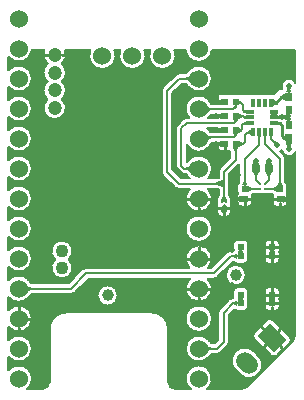
<source format=gtl>
G04 Layer: TopLayer*
G04 EasyEDA Pro v2.2.40.8, 2025-10-17 17:16:52*
G04 Gerber Generator version 0.3*
G04 Scale: 100 percent, Rotated: No, Reflected: No*
G04 Dimensions in millimeters*
G04 Leading zeros omitted, absolute positions, 4 integers and 5 decimals*
G04 Generated by one-click*
%FSLAX45Y45*%
%MOMM*%
%AMOval*1,1,$1,$2,$3*1,1,$1,$4,$5*20,1,$1,$2,$3,$4,$5,0*%
%AMRect*21,1,$1,$2,0,0,$3*%
%AMRoundRect*1,1,$1,$2,$3*1,1,$1,$4,$5*1,1,$1,0-$2,0-$3*1,1,$1,0-$4,0-$5*20,1,$1,$2,$3,$4,$5,0*20,1,$1,$4,$5,0-$2,0-$3,0*20,1,$1,0-$2,0-$3,0-$4,0-$5,0*20,1,$1,0-$4,0-$5,$2,$3,0*4,1,4,$2,$3,$4,$5,0-$2,0-$3,0-$4,0-$5,$2,$3,0*%
%ADD10C,0.2032*%
%ADD11C,0.254*%
%ADD12C,1.0*%
%ADD13R,0.54X0.79009*%
%ADD14R,0.79009X0.54*%
%ADD15R,0.54X0.56566*%
%ADD16R,0.5788X0.54*%
%ADD17R,0.56566X0.54*%
%ADD18R,0.55001X0.55001*%
%ADD19C,0.2*%
%ADD20C,1.524*%
%ADD21C,1.2*%
%ADD22C,1.1*%
%ADD23Oval,1.5X-0.17678X0.17678X0.17678X-0.17678*%
%ADD24Rect,1.5X2.0X45.0*%
%ADD25RoundRect,0.056X-0.112X-0.3095X-0.112X0.3095*%
%ADD26RoundRect,0.056X-0.3095X-0.112X-0.3095X0.112*%
%ADD27C,0.5*%
%ADD28C,0.25*%
%ADD29C,0.3*%
%ADD30C,0.255*%
G75*


G04 Copper Start*
G36*
G01X319999Y35814D02*
G01X189369Y35814D01*
G01X205141Y49876D01*
G01X217991Y66649D01*
G01X227463Y85538D01*
G01X233219Y105869D01*
G01X235054Y126919D01*
G01X232904Y147940D01*
G01X226844Y168182D01*
G01X217090Y186927D01*
G01X203990Y203506D01*
G01X188010Y217330D01*
G01X169717Y227907D01*
G01X149764Y234861D01*
G01X128860Y237943D01*
G01X107749Y237045D01*
G01X87182Y232199D01*
G01X67891Y223576D01*
G01X50563Y211484D01*
G01X35814Y196353D01*
G01X35814Y309808D01*
G01X50612Y294635D01*
G01X68004Y282521D01*
G01X87365Y273900D01*
G01X108004Y269081D01*
G01X129182Y268235D01*
G01X150140Y271393D01*
G01X170127Y278443D01*
G01X188429Y289131D01*
G01X204391Y303076D01*
G01X217439Y319777D01*
G01X227108Y338637D01*
G01X233052Y358981D01*
G01X235057Y380081D01*
G01X233052Y401180D01*
G01X227108Y421524D01*
G01X217439Y440384D01*
G01X204391Y457085D01*
G01X188429Y471030D01*
G01X170127Y481718D01*
G01X150140Y488768D01*
G01X129182Y491926D01*
G01X108004Y491080D01*
G01X87365Y486261D01*
G01X68004Y477640D01*
G01X50612Y465526D01*
G01X35814Y450353D01*
G01X35814Y563808D01*
G01X50612Y548635D01*
G01X68004Y536521D01*
G01X87365Y527900D01*
G01X108004Y523081D01*
G01X129182Y522235D01*
G01X150140Y525393D01*
G01X170127Y532443D01*
G01X188429Y543131D01*
G01X204391Y557076D01*
G01X217439Y573777D01*
G01X227108Y592637D01*
G01X233052Y612981D01*
G01X235057Y634081D01*
G01X233052Y655180D01*
G01X227108Y675524D01*
G01X217439Y694384D01*
G01X204391Y711085D01*
G01X188429Y725030D01*
G01X170127Y735718D01*
G01X150140Y742768D01*
G01X129182Y745926D01*
G01X108004Y745080D01*
G01X87365Y740261D01*
G01X68004Y731640D01*
G01X50612Y719526D01*
G01X35814Y704353D01*
G01X35814Y817808D01*
G01X49755Y803369D01*
G01X66049Y791650D01*
G01X84173Y783027D01*
G01X103545Y777777D01*
G01X123543Y776068D01*
G01X143525Y777955D01*
G01X162849Y783378D01*
G01X180895Y792162D01*
G01X197084Y804026D01*
G01X210896Y818589D01*
G01X211431Y819197D01*
G01X211626Y819420D01*
G01X224441Y834214D01*
G01X229120Y839011D01*
G01X789699Y839011D01*
G01X789699Y821070D01*
G01X793429Y803523D01*
G01X800726Y787133D01*
G01X811270Y772620D01*
G01X824602Y760615D01*
G01X840139Y751645D01*
G01X857201Y746102D01*
G01X875043Y744226D01*
G01X892884Y746102D01*
G01X909946Y751645D01*
G01X925483Y760615D01*
G01X938815Y772620D01*
G01X949360Y787133D01*
G01X956657Y803523D01*
G01X960387Y821070D01*
G01X960387Y839011D01*
G01X956657Y856558D01*
G01X949360Y872948D01*
G01X938815Y887461D01*
G01X925483Y899466D01*
G01X909946Y908436D01*
G01X892884Y913979D01*
G01X875043Y915855D01*
G01X875043Y915855D01*
G01X857201Y913979D01*
G01X840139Y908436D01*
G01X824602Y899466D01*
G01X811270Y887461D01*
G01X800726Y872948D01*
G01X793429Y856558D01*
G01X789699Y839011D01*
G01X229120Y839011D01*
G01X229630Y839533D01*
G01X232230Y841729D01*
G01X565028Y841729D01*
G01X576885Y843290D01*
G01X587935Y847867D01*
G01X597423Y855148D01*
G01X714011Y971736D01*
G01X1572552Y971736D01*
G01X1558387Y956544D01*
G01X1547271Y938998D01*
G01X1539585Y919701D01*
G01X1535594Y899317D01*
G01X1535436Y878547D01*
G01X1539115Y858105D01*
G01X1546505Y838693D01*
G01X1557352Y820979D01*
G01X1571283Y805573D01*
G01X1587819Y793004D01*
G01X1606391Y783703D01*
G01X1626362Y777992D01*
G01X1647043Y776067D01*
G01X1667725Y777992D01*
G01X1687695Y783703D01*
G01X1706267Y793004D01*
G01X1722804Y805573D01*
G01X1736735Y820979D01*
G01X1747582Y838693D01*
G01X1754972Y858105D01*
G01X1758651Y878547D01*
G01X1758492Y899317D01*
G01X1754501Y919701D01*
G01X1746816Y938998D01*
G01X1735699Y956544D01*
G01X1721534Y971736D01*
G01X1772586Y971736D01*
G01X1784444Y973297D01*
G01X1795493Y977874D01*
G01X1804982Y985154D01*
G01X1831298Y1011470D01*
G01X1874756Y1011470D01*
G01X1874756Y993530D01*
G01X1878486Y975982D01*
G01X1885783Y959593D01*
G01X1896328Y945079D01*
G01X1909660Y933075D01*
G01X1925196Y924105D01*
G01X1942258Y918561D01*
G01X1960100Y916686D01*
G01X1977942Y918561D01*
G01X1995004Y924105D01*
G01X2010540Y933075D01*
G01X2023872Y945079D01*
G01X2034417Y959593D01*
G01X2041714Y975982D01*
G01X2045444Y993530D01*
G01X2045444Y1011470D01*
G01X2041714Y1029018D01*
G01X2034417Y1045407D01*
G01X2023872Y1059921D01*
G01X2010540Y1071925D01*
G01X1995004Y1080895D01*
G01X1977942Y1086439D01*
G01X1960100Y1088314D01*
G01X1960100Y1088314D01*
G01X1942258Y1086439D01*
G01X1925196Y1080895D01*
G01X1909660Y1071925D01*
G01X1896328Y1059921D01*
G01X1885783Y1045407D01*
G01X1878486Y1029018D01*
G01X1874756Y1011470D01*
G01X1831298Y1011470D01*
G01X1936510Y1116683D01*
G01X1944223Y1116683D01*
G01X1949927Y1109423D01*
G01X1957298Y1103863D01*
G01X1965845Y1100372D01*
G01X1975000Y1099182D01*
G01X2030002Y1099182D01*
G01X2041069Y1100935D01*
G01X2051052Y1106022D01*
G01X2058976Y1113945D01*
G01X2064063Y1123929D01*
G01X2065816Y1134996D01*
G01X2065816Y1189997D01*
G01X2204185Y1189997D01*
G01X2204185Y1134996D01*
G01X2205937Y1123929D01*
G01X2211024Y1113945D01*
G01X2218948Y1106022D01*
G01X2228931Y1100935D01*
G01X2239999Y1099182D01*
G01X2295000Y1099182D01*
G01X2306067Y1100935D01*
G01X2316051Y1106022D01*
G01X2323974Y1113945D01*
G01X2329061Y1123929D01*
G01X2330814Y1134996D01*
G01X2330814Y1189997D01*
G01X2329389Y1200000D01*
G01X2330814Y1210002D01*
G01X2330814Y1265004D01*
G01X2329061Y1276071D01*
G01X2323974Y1286055D01*
G01X2316051Y1293978D01*
G01X2306067Y1299065D01*
G01X2295000Y1300818D01*
G01X2239999Y1300818D01*
G01X2228931Y1299065D01*
G01X2218948Y1293978D01*
G01X2211024Y1286055D01*
G01X2205937Y1276071D01*
G01X2204185Y1265004D01*
G01X2204185Y1210002D01*
G01X2205610Y1200000D01*
G01X2204185Y1189997D01*
G01X2204185Y1189997D01*
G01X2065816Y1189997D01*
G01X2064390Y1200000D01*
G01X2065816Y1210002D01*
G01X2065816Y1265004D01*
G01X2064063Y1276071D01*
G01X2058976Y1286055D01*
G01X2051052Y1293978D01*
G01X2041069Y1299065D01*
G01X2030002Y1300818D01*
G01X1975000Y1300818D01*
G01X1963933Y1299065D01*
G01X1953949Y1293978D01*
G01X1946026Y1286055D01*
G01X1940939Y1276071D01*
G01X1939186Y1265004D01*
G01X1939186Y1210002D01*
G01X1939226Y1208311D01*
G01X1917534Y1208311D01*
G01X1905676Y1206750D01*
G01X1894627Y1202173D01*
G01X1885138Y1194892D01*
G01X1753610Y1063364D01*
G01X1726735Y1063364D01*
G01X1739589Y1078974D01*
G01X1749427Y1096641D01*
G01X1755928Y1115789D01*
G01X1758881Y1135794D01*
G01X1758189Y1156003D01*
G01X1753874Y1175759D01*
G01X1746078Y1194418D01*
G01X1735055Y1211370D01*
G01X1721163Y1226065D01*
G01X1704856Y1238022D01*
G01X1686665Y1246853D01*
G01X1667182Y1252269D01*
G01X1647043Y1254095D01*
G01X1626904Y1252269D01*
G01X1607422Y1246853D01*
G01X1589230Y1238022D01*
G01X1572923Y1226065D01*
G01X1559031Y1211370D01*
G01X1548008Y1194418D01*
G01X1540212Y1175759D01*
G01X1535898Y1156003D01*
G01X1535206Y1135794D01*
G01X1538158Y1115789D01*
G01X1544660Y1096641D01*
G01X1554497Y1078974D01*
G01X1567351Y1063364D01*
G01X695034Y1063364D01*
G01X683176Y1061803D01*
G01X672127Y1057226D01*
G01X662639Y1049945D01*
G01X546051Y933357D01*
G01X227976Y933357D01*
G01X226295Y933431D01*
G01X219345Y945437D01*
G01X217551Y948230D01*
G01X210991Y957451D01*
G01X209187Y959680D01*
G01X205098Y964331D01*
G01X203757Y965749D01*
G01X187765Y979504D01*
G01X169479Y990016D01*
G01X149546Y996914D01*
G01X128673Y999953D01*
G01X107600Y999025D01*
G01X87076Y994163D01*
G01X67826Y985539D01*
G01X50534Y973460D01*
G01X35814Y958353D01*
G01X35814Y1071808D01*
G01X50612Y1056635D01*
G01X68004Y1044521D01*
G01X87365Y1035900D01*
G01X108004Y1031081D01*
G01X129182Y1030235D01*
G01X150140Y1033393D01*
G01X170127Y1040443D01*
G01X188429Y1051131D01*
G01X204391Y1065076D01*
G01X217439Y1081777D01*
G01X227108Y1100637D01*
G01X233052Y1120981D01*
G01X235057Y1142081D01*
G01X233052Y1163180D01*
G01X227108Y1183524D01*
G01X219116Y1199114D01*
G01X398091Y1199114D01*
G01X401357Y1180771D01*
G01X408297Y1163480D01*
G01X418619Y1147969D01*
G01X431890Y1134892D01*
G01X418619Y1121814D01*
G01X408297Y1106303D01*
G01X401357Y1089013D01*
G01X398091Y1070669D01*
G01X398638Y1052046D01*
G01X402975Y1033926D01*
G01X410918Y1017072D01*
G01X422133Y1002194D01*
G01X436148Y989918D01*
G01X452374Y980760D01*
G01X470128Y975107D01*
G01X488661Y973196D01*
G01X488661Y973196D01*
G01X507194Y975107D01*
G01X524948Y980760D01*
G01X541173Y989918D01*
G01X555189Y1002194D01*
G01X566404Y1017072D01*
G01X574347Y1033926D01*
G01X578683Y1052046D01*
G01X579230Y1070669D01*
G01X575965Y1089013D01*
G01X569025Y1106303D01*
G01X558703Y1121814D01*
G01X545432Y1134892D01*
G01X558703Y1147969D01*
G01X569025Y1163480D01*
G01X575965Y1180771D01*
G01X579230Y1199114D01*
G01X578683Y1217738D01*
G01X574347Y1235858D01*
G01X566404Y1252711D01*
G01X555189Y1267589D01*
G01X541173Y1279866D01*
G01X524948Y1289023D01*
G01X507194Y1294676D01*
G01X488661Y1296588D01*
G01X470128Y1294676D01*
G01X452374Y1289023D01*
G01X436148Y1279866D01*
G01X422133Y1267589D01*
G01X410918Y1252711D01*
G01X402975Y1235858D01*
G01X398638Y1217738D01*
G01X398091Y1199114D01*
G01X219116Y1199114D01*
G01X217439Y1202384D01*
G01X204391Y1219085D01*
G01X188429Y1233030D01*
G01X170127Y1243718D01*
G01X150140Y1250768D01*
G01X129182Y1253926D01*
G01X108004Y1253080D01*
G01X87365Y1248261D01*
G01X68004Y1239640D01*
G01X50612Y1227526D01*
G01X35814Y1212353D01*
G01X35814Y1325808D01*
G01X50612Y1310635D01*
G01X68004Y1298521D01*
G01X87365Y1289900D01*
G01X108004Y1285081D01*
G01X129182Y1284235D01*
G01X150140Y1287393D01*
G01X170127Y1294443D01*
G01X188429Y1305131D01*
G01X204391Y1319076D01*
G01X217439Y1335777D01*
G01X227108Y1354637D01*
G01X233052Y1374981D01*
G01X235057Y1396081D01*
G01X1535029Y1396081D01*
G01X1536936Y1375498D01*
G01X1542593Y1355616D01*
G01X1551807Y1337113D01*
G01X1564264Y1320617D01*
G01X1579540Y1306691D01*
G01X1597114Y1295810D01*
G01X1616389Y1288343D01*
G01X1636708Y1284544D01*
G01X1657379Y1284544D01*
G01X1677697Y1288343D01*
G01X1696972Y1295810D01*
G01X1714547Y1306691D01*
G01X1729823Y1320617D01*
G01X1742279Y1337113D01*
G01X1751493Y1355616D01*
G01X1757150Y1375498D01*
G01X1759057Y1396081D01*
G01X1759057Y1396081D01*
G01X1757150Y1416663D01*
G01X1751493Y1436545D01*
G01X1742279Y1455048D01*
G01X1729823Y1471544D01*
G01X1714547Y1485470D01*
G01X1696972Y1496351D01*
G01X1677697Y1503818D01*
G01X1657379Y1507617D01*
G01X1636708Y1507617D01*
G01X1616389Y1503818D01*
G01X1597114Y1496351D01*
G01X1579540Y1485470D01*
G01X1564264Y1471544D01*
G01X1551807Y1455048D01*
G01X1542593Y1436545D01*
G01X1536936Y1416663D01*
G01X1535029Y1396081D01*
G01X235057Y1396081D01*
G01X235057Y1396081D01*
G01X233052Y1417180D01*
G01X227108Y1437524D01*
G01X217439Y1456384D01*
G01X204391Y1473085D01*
G01X188429Y1487030D01*
G01X170127Y1497718D01*
G01X150140Y1504768D01*
G01X129182Y1507926D01*
G01X108004Y1507080D01*
G01X87365Y1502261D01*
G01X68004Y1493640D01*
G01X50612Y1481526D01*
G01X35814Y1466353D01*
G01X35814Y1579808D01*
G01X50612Y1564635D01*
G01X68004Y1552521D01*
G01X87365Y1543900D01*
G01X108004Y1539081D01*
G01X129182Y1538235D01*
G01X150140Y1541393D01*
G01X170127Y1548443D01*
G01X188429Y1559131D01*
G01X204391Y1573076D01*
G01X217439Y1589777D01*
G01X227108Y1608637D01*
G01X233052Y1628981D01*
G01X235057Y1650081D01*
G01X233052Y1671180D01*
G01X227108Y1691524D01*
G01X217439Y1710384D01*
G01X204391Y1727085D01*
G01X188429Y1741030D01*
G01X170127Y1751718D01*
G01X150140Y1758768D01*
G01X129182Y1761926D01*
G01X108004Y1761080D01*
G01X87365Y1756261D01*
G01X68004Y1747640D01*
G01X50612Y1735526D01*
G01X35814Y1720353D01*
G01X35814Y1833808D01*
G01X50612Y1818635D01*
G01X68004Y1806521D01*
G01X87365Y1797900D01*
G01X108004Y1793081D01*
G01X129182Y1792235D01*
G01X150140Y1795393D01*
G01X170127Y1802443D01*
G01X188429Y1813131D01*
G01X204391Y1827076D01*
G01X217439Y1843777D01*
G01X227108Y1862637D01*
G01X233052Y1882981D01*
G01X235057Y1904081D01*
G01X233052Y1925180D01*
G01X227108Y1945524D01*
G01X217439Y1964384D01*
G01X204391Y1981085D01*
G01X188429Y1995030D01*
G01X170127Y2005718D01*
G01X150140Y2012768D01*
G01X129182Y2015926D01*
G01X108004Y2015080D01*
G01X87365Y2010261D01*
G01X68004Y2001640D01*
G01X50612Y1989526D01*
G01X35814Y1974353D01*
G01X35814Y2087808D01*
G01X50612Y2072635D01*
G01X68004Y2060521D01*
G01X87365Y2051900D01*
G01X108004Y2047081D01*
G01X129182Y2046235D01*
G01X150140Y2049393D01*
G01X170127Y2056443D01*
G01X188429Y2067131D01*
G01X204391Y2081076D01*
G01X217439Y2097777D01*
G01X227108Y2116637D01*
G01X233052Y2136981D01*
G01X235057Y2158081D01*
G01X233052Y2179180D01*
G01X227108Y2199524D01*
G01X217439Y2218384D01*
G01X204391Y2235085D01*
G01X188429Y2249030D01*
G01X170127Y2259718D01*
G01X150140Y2266768D01*
G01X129182Y2269926D01*
G01X108004Y2269080D01*
G01X87365Y2264261D01*
G01X68004Y2255640D01*
G01X50612Y2243526D01*
G01X35814Y2228353D01*
G01X35814Y2341808D01*
G01X50612Y2326635D01*
G01X68004Y2314521D01*
G01X87365Y2305900D01*
G01X108004Y2301081D01*
G01X129182Y2300235D01*
G01X150140Y2303393D01*
G01X170127Y2310443D01*
G01X188429Y2321131D01*
G01X204391Y2335076D01*
G01X217439Y2351777D01*
G01X227108Y2370637D01*
G01X233052Y2390981D01*
G01X235057Y2412081D01*
G01X233052Y2433180D01*
G01X227108Y2453524D01*
G01X217439Y2472384D01*
G01X204391Y2489085D01*
G01X188429Y2503030D01*
G01X170127Y2513718D01*
G01X150140Y2520768D01*
G01X129182Y2523926D01*
G01X108004Y2523080D01*
G01X87365Y2518261D01*
G01X68004Y2509640D01*
G01X50612Y2497526D01*
G01X35814Y2482353D01*
G01X35814Y2595808D01*
G01X50612Y2580635D01*
G01X68004Y2568521D01*
G01X87365Y2559900D01*
G01X108004Y2555081D01*
G01X129182Y2554235D01*
G01X150140Y2557393D01*
G01X170127Y2564443D01*
G01X188429Y2575131D01*
G01X204391Y2589076D01*
G01X217439Y2605777D01*
G01X227108Y2624637D01*
G01X233052Y2644981D01*
G01X235057Y2666081D01*
G01X233052Y2687180D01*
G01X227108Y2707524D01*
G01X217439Y2726384D01*
G01X204391Y2743085D01*
G01X188429Y2757030D01*
G01X170127Y2767718D01*
G01X150140Y2774768D01*
G01X129182Y2777926D01*
G01X108004Y2777080D01*
G01X87365Y2772261D01*
G01X68004Y2763640D01*
G01X50612Y2751526D01*
G01X35814Y2736353D01*
G01X35814Y2849808D01*
G01X49856Y2835282D01*
G01X66279Y2823515D01*
G01X84548Y2814889D01*
G01X104070Y2809685D01*
G01X124209Y2808073D01*
G01X144310Y2810104D01*
G01X163719Y2815713D01*
G01X181805Y2824717D01*
G01X197980Y2836824D01*
G01X211716Y2851639D01*
G01X222568Y2868681D01*
G01X230182Y2887395D01*
G01X234311Y2907172D01*
G01X340336Y2907172D01*
G01X334213Y2889964D01*
G01X331466Y2871906D01*
G01X332195Y2853656D01*
G01X336375Y2835875D01*
G01X343852Y2819211D01*
G01X354357Y2804268D01*
G01X367505Y2791591D01*
G01X353806Y2778264D01*
G01X343024Y2762484D01*
G01X335589Y2744878D01*
G01X331796Y2726147D01*
G01X331796Y2707035D01*
G01X335589Y2688303D01*
G01X343024Y2670697D01*
G01X353806Y2654917D01*
G01X367505Y2641591D01*
G01X353806Y2628264D01*
G01X343024Y2612484D01*
G01X335589Y2594878D01*
G01X331796Y2576147D01*
G01X331796Y2557035D01*
G01X335589Y2538303D01*
G01X343024Y2520697D01*
G01X353806Y2504917D01*
G01X367506Y2491591D01*
G01X353436Y2477821D01*
G01X342477Y2461467D01*
G01X335093Y2443219D01*
G01X331593Y2423846D01*
G01X332127Y2404168D01*
G01X336671Y2385013D01*
G01X345034Y2367192D01*
G01X356863Y2351456D01*
G01X371658Y2338469D01*
G01X388795Y2328781D01*
G01X407550Y2322799D01*
G01X427132Y2320777D01*
G01X446714Y2322799D01*
G01X465469Y2328781D01*
G01X482606Y2338469D01*
G01X497401Y2351456D01*
G01X509230Y2367192D01*
G01X517593Y2385013D01*
G01X522137Y2404168D01*
G01X522671Y2423846D01*
G01X519171Y2443219D01*
G01X511786Y2461467D01*
G01X500828Y2477821D01*
G01X486758Y2491591D01*
G01X500458Y2504917D01*
G01X511240Y2520697D01*
G01X518675Y2538303D01*
G01X522468Y2557035D01*
G01X522468Y2576147D01*
G01X518675Y2594878D01*
G01X511240Y2612484D01*
G01X500458Y2628264D01*
G01X486759Y2641591D01*
G01X500458Y2654917D01*
G01X511240Y2670697D01*
G01X518675Y2688303D01*
G01X522468Y2707035D01*
G01X522468Y2726147D01*
G01X518675Y2744878D01*
G01X511240Y2762484D01*
G01X500458Y2778264D01*
G01X486759Y2791591D01*
G01X499907Y2804268D01*
G01X510412Y2819211D01*
G01X517889Y2835875D01*
G01X522069Y2853656D01*
G01X522798Y2871906D01*
G01X520051Y2889964D01*
G01X513928Y2907172D01*
G01X730103Y2907172D01*
G01X722956Y2887933D01*
G01X719438Y2867714D01*
G01X719669Y2847192D01*
G01X723640Y2827056D01*
G01X731218Y2807983D01*
G01X742149Y2790613D01*
G01X756065Y2775529D01*
G01X772500Y2763237D01*
G01X790902Y2754150D01*
G01X810653Y2748572D01*
G01X831090Y2746692D01*
G01X851526Y2748572D01*
G01X871277Y2754150D01*
G01X889679Y2763237D01*
G01X906114Y2775529D01*
G01X920030Y2790613D01*
G01X930961Y2807983D01*
G01X938539Y2827056D01*
G01X942510Y2847192D01*
G01X942741Y2867714D01*
G01X939223Y2887933D01*
G01X932076Y2907172D01*
G01X984103Y2907172D01*
G01X976956Y2887933D01*
G01X973438Y2867714D01*
G01X973669Y2847192D01*
G01X977640Y2827056D01*
G01X985218Y2807983D01*
G01X996149Y2790613D01*
G01X1010065Y2775529D01*
G01X1026500Y2763237D01*
G01X1044902Y2754150D01*
G01X1064653Y2748572D01*
G01X1085090Y2746692D01*
G01X1105526Y2748572D01*
G01X1125277Y2754150D01*
G01X1143679Y2763237D01*
G01X1160114Y2775529D01*
G01X1174030Y2790613D01*
G01X1184961Y2807983D01*
G01X1192539Y2827056D01*
G01X1196510Y2847192D01*
G01X1196741Y2867714D01*
G01X1193223Y2887933D01*
G01X1186076Y2907172D01*
G01X1238103Y2907172D01*
G01X1230956Y2887933D01*
G01X1227438Y2867714D01*
G01X1227669Y2847192D01*
G01X1231640Y2827056D01*
G01X1239218Y2807983D01*
G01X1250149Y2790613D01*
G01X1264065Y2775529D01*
G01X1280500Y2763237D01*
G01X1298902Y2754150D01*
G01X1318653Y2748572D01*
G01X1339090Y2746692D01*
G01X1359526Y2748572D01*
G01X1379277Y2754150D01*
G01X1397679Y2763237D01*
G01X1414114Y2775529D01*
G01X1428030Y2790613D01*
G01X1438961Y2807983D01*
G01X1446539Y2827056D01*
G01X1450510Y2847192D01*
G01X1450741Y2867714D01*
G01X1447223Y2887933D01*
G01X1440076Y2907172D01*
G01X1535775Y2907172D01*
G01X1539947Y2887255D01*
G01X1547652Y2868422D01*
G01X1558638Y2851294D01*
G01X1572541Y2836435D01*
G01X1588903Y2824337D01*
G01X1607183Y2815399D01*
G01X1626779Y2809915D01*
G01X1647043Y2808067D01*
G01X1667308Y2809915D01*
G01X1686903Y2815399D01*
G01X1705184Y2824337D01*
G01X1721545Y2836435D01*
G01X1735448Y2851294D01*
G01X1746434Y2868422D01*
G01X1754140Y2887255D01*
G01X1758311Y2907172D01*
G01X2464986Y2907172D01*
G01X2464986Y2631353D01*
G01X2457777Y2642902D01*
G01X2448180Y2652557D01*
G01X2436675Y2659836D01*
G01X2423839Y2664373D01*
G01X2410316Y2665941D01*
G01X2396782Y2664461D01*
G01X2383917Y2660008D01*
G01X2372365Y2652804D01*
G01X2362705Y2643211D01*
G01X2355421Y2631710D01*
G01X2350878Y2618876D01*
G01X2349304Y2605354D01*
G01X2350778Y2591820D01*
G01X2355225Y2578952D01*
G01X2336075Y2578952D01*
G01X2332213Y2578210D01*
G01X2328902Y2576089D01*
G01X2286067Y2535394D01*
G01X1820670Y2535394D01*
G01X1815463Y2533999D01*
G01X1811651Y2530187D01*
G01X1810256Y2524980D01*
G01X1810256Y2505370D01*
G01X1808356Y2498866D01*
G01X1807715Y2492120D01*
G01X1807715Y2453431D01*
G01X1754875Y2453431D01*
G01X1752966Y2453520D01*
G01X1750150Y2458250D01*
G01X1745545Y2466238D01*
G01X1744227Y2468350D01*
G01X1738320Y2477124D01*
G01X1736449Y2479655D01*
G01X1734832Y2481652D01*
G01X1733374Y2483453D01*
G01X1732797Y2484167D01*
G01X1731152Y2486059D01*
G01X1716901Y2499642D01*
G01X1700491Y2510521D01*
G01X1682431Y2518358D01*
G01X1663277Y2522912D01*
G01X1643622Y2524042D01*
G01X1624073Y2521714D01*
G01X1605233Y2515999D01*
G01X1587685Y2507074D01*
G01X1571970Y2495214D01*
G01X1558575Y2480786D01*
G01X1547912Y2464236D01*
G01X1540312Y2446074D01*
G01X1536009Y2426863D01*
G01X1535136Y2407194D01*
G01X1537720Y2387677D01*
G01X1543681Y2368914D01*
G01X1552835Y2351484D01*
G01X1564900Y2335926D01*
G01X1545075Y2335926D01*
G01X1533218Y2334365D01*
G01X1522168Y2329788D01*
G01X1512680Y2322507D01*
G01X1467678Y2277505D01*
G01X1460397Y2268017D01*
G01X1455820Y2256967D01*
G01X1454259Y2245110D01*
G01X1454259Y1930094D01*
G01X1455820Y1918237D01*
G01X1460397Y1907187D01*
G01X1467678Y1897699D01*
G01X1493691Y1871685D01*
G01X1503180Y1864404D01*
G01X1514229Y1859828D01*
G01X1526087Y1858267D01*
G01X1537409Y1858267D01*
G01X1540039Y1856041D01*
G01X1545246Y1850697D01*
G01X1558231Y1835676D01*
G01X1559260Y1834501D01*
G01X1569339Y1823401D01*
G01X1496549Y1823401D01*
G01X1423381Y1896568D01*
G01X1423381Y2541148D01*
G01X1502500Y2620267D01*
G01X1537409Y2620267D01*
G01X1540039Y2618041D01*
G01X1545246Y2612697D01*
G01X1558231Y2597676D01*
G01X1559260Y2596501D01*
G01X1573990Y2581167D01*
G01X1591352Y2568892D01*
G01X1610721Y2560119D01*
G01X1631398Y2555164D01*
G01X1652639Y2554206D01*
G01X1673679Y2557279D01*
G01X1693759Y2564273D01*
G01X1712155Y2574935D01*
G01X1728206Y2588881D01*
G01X1741331Y2605609D01*
G01X1751060Y2624515D01*
G01X1757040Y2644920D01*
G01X1759057Y2666087D01*
G01X1757038Y2687253D01*
G01X1751055Y2707657D01*
G01X1741325Y2726563D01*
G01X1728197Y2743289D01*
G01X1712145Y2757234D01*
G01X1693747Y2767893D01*
G01X1673667Y2774885D01*
G01X1652627Y2777955D01*
G01X1631386Y2776995D01*
G01X1610709Y2772038D01*
G01X1591341Y2763263D01*
G01X1573981Y2750986D01*
G01X1559253Y2735650D01*
G01X1558080Y2734311D01*
G01X1545246Y2719464D01*
G01X1540039Y2714120D01*
G01X1537409Y2711895D01*
G01X1483523Y2711895D01*
G01X1471665Y2710333D01*
G01X1460616Y2705757D01*
G01X1451127Y2698476D01*
G01X1345172Y2592520D01*
G01X1337891Y2583032D01*
G01X1333314Y2571982D01*
G01X1331753Y2560125D01*
G01X1331753Y1877592D01*
G01X1333314Y1865734D01*
G01X1337891Y1854685D01*
G01X1345172Y1845196D01*
G01X1445177Y1745191D01*
G01X1454665Y1737911D01*
G01X1465715Y1733334D01*
G01X1477572Y1731773D01*
G01X1570404Y1731773D01*
G01X1556771Y1716399D01*
G01X1546176Y1698793D01*
G01X1538975Y1679548D01*
G01X1535410Y1659312D01*
G01X1535602Y1638764D01*
G01X1539544Y1618598D01*
G01X1547104Y1599491D01*
G01X1558027Y1582087D01*
G01X1571945Y1566970D01*
G01X1588390Y1554650D01*
G01X1606809Y1545542D01*
G01X1626582Y1539951D01*
G01X1647043Y1538067D01*
G01X1667505Y1539951D01*
G01X1687278Y1545542D01*
G01X1705696Y1554650D01*
G01X1722142Y1566970D01*
G01X1736060Y1582087D01*
G01X1746982Y1599491D01*
G01X1754542Y1618598D01*
G01X1758484Y1638764D01*
G01X1758676Y1659312D01*
G01X1755112Y1679548D01*
G01X1747911Y1698793D01*
G01X1737315Y1716399D01*
G01X1723682Y1731773D01*
G01X1791553Y1731773D01*
G01X1803875Y1730579D01*
G01X1815739Y1727042D01*
G01X1815739Y1680079D01*
G01X1815373Y1673646D01*
G01X1807451Y1663953D01*
G01X1802449Y1652479D01*
G01X1800739Y1640079D01*
G01X1800739Y1612150D01*
G01X1801685Y1603412D01*
G01X1804481Y1595079D01*
G01X1801685Y1586746D01*
G01X1800739Y1578008D01*
G01X1800739Y1540079D01*
G01X1802300Y1528221D01*
G01X1806877Y1517172D01*
G01X1814158Y1507683D01*
G01X1823646Y1500403D01*
G01X1834696Y1495826D01*
G01X1846553Y1494265D01*
G01X1876553Y1494265D01*
G01X1888411Y1495826D01*
G01X1899460Y1500403D01*
G01X1908948Y1507683D01*
G01X1916229Y1517172D01*
G01X1920806Y1528221D01*
G01X1922367Y1540079D01*
G01X1922367Y1578008D01*
G01X1921420Y1586746D01*
G01X1918625Y1595078D01*
G01X1921421Y1603411D01*
G01X1922367Y1612150D01*
G01X1922367Y1640079D01*
G01X1920657Y1652479D01*
G01X1915655Y1663953D01*
G01X1907733Y1673646D01*
G01X1907367Y1680079D01*
G01X1907367Y1860077D01*
G01X1990770Y1943481D01*
G01X1991785Y1944528D01*
G01X1991785Y1792121D01*
G01X1984721Y1786405D01*
G01X1979323Y1779095D01*
G01X1975938Y1770661D01*
G01X1974785Y1761647D01*
G01X1974785Y1705081D01*
G01X1975618Y1697403D01*
G01X1978077Y1690082D01*
G01X1975618Y1682762D01*
G01X1974785Y1675084D01*
G01X1974785Y1618518D01*
G01X1976538Y1607451D01*
G01X1981625Y1597467D01*
G01X1989548Y1589544D01*
G01X1999532Y1584457D01*
G01X2010599Y1582704D01*
G01X2064600Y1582704D01*
G01X2075667Y1584457D01*
G01X2085651Y1589544D01*
G01X2093574Y1597467D01*
G01X2098661Y1607451D01*
G01X2100414Y1618518D01*
G01X2100414Y1675084D01*
G01X2098449Y1686782D01*
G01X2165104Y1686782D01*
G01X2173817Y1687618D01*
G01X2182212Y1690096D01*
G01X2188001Y1690096D01*
G01X2196396Y1687618D01*
G01X2205109Y1686782D01*
G01X2275234Y1686782D01*
G01X2273041Y1679833D01*
G01X2272300Y1672584D01*
G01X2272300Y1616018D01*
G01X2274053Y1604951D01*
G01X2279140Y1594967D01*
G01X2287063Y1587044D01*
G01X2297047Y1581957D01*
G01X2308114Y1580204D01*
G01X2362114Y1580204D01*
G01X2373181Y1581957D01*
G01X2383165Y1587044D01*
G01X2391088Y1594967D01*
G01X2396175Y1604951D01*
G01X2397928Y1616018D01*
G01X2397928Y1672584D01*
G01X2397095Y1680262D01*
G01X2394636Y1687582D01*
G01X2397095Y1694903D01*
G01X2397928Y1702581D01*
G01X2397928Y1759147D01*
G01X2396775Y1768161D01*
G01X2393391Y1776595D01*
G01X2387992Y1783905D01*
G01X2380928Y1789621D01*
G01X2380928Y1987597D01*
G01X2379367Y1999455D01*
G01X2374790Y2010504D01*
G01X2367509Y2019992D01*
G01X2335267Y2052235D01*
G01X2342920Y2056397D01*
G01X2349899Y2061610D01*
G01X2354002Y2046663D01*
G01X2361749Y2033239D01*
G01X2372639Y2022209D01*
G01X2385963Y2014290D01*
G01X2400856Y2009997D01*
G01X2416350Y2009607D01*
G01X2431440Y2013148D01*
G01X2445145Y2020387D01*
G01X2456574Y2030857D01*
G01X2464986Y2043875D01*
G01X2464986Y492173D01*
G01X2463755Y479665D01*
G01X2460111Y467637D01*
G01X2454192Y456549D01*
G01X2446227Y446827D01*
G01X2054753Y54654D01*
G01X2045022Y46655D01*
G01X2033916Y40711D01*
G01X2021862Y37050D01*
G01X2009326Y35814D01*
G01X1713369Y35814D01*
G01X1728391Y49076D01*
G01X1740810Y64803D01*
G01X1750228Y82491D01*
G01X1756344Y101574D01*
G01X1758961Y121441D01*
G01X1757997Y141457D01*
G01X1753482Y160981D01*
G01X1745560Y179387D01*
G01X1734485Y196088D01*
G01X1720612Y210548D01*
G01X1704384Y222305D01*
G01X1686322Y230982D01*
G01X1667002Y236302D01*
G01X1647043Y238095D01*
G01X1627085Y236302D01*
G01X1607765Y230982D01*
G01X1589702Y222305D01*
G01X1573474Y210548D01*
G01X1559601Y196088D01*
G01X1548527Y179387D01*
G01X1540605Y160981D01*
G01X1536090Y141457D01*
G01X1535125Y121441D01*
G01X1537743Y101574D01*
G01X1543858Y82491D01*
G01X1553276Y64803D01*
G01X1565695Y49076D01*
G01X1580718Y35814D01*
G01X1450344Y35814D01*
G01X1436061Y37423D01*
G01X1422495Y42170D01*
G01X1410325Y49817D01*
G01X1400161Y59981D01*
G01X1392514Y72151D01*
G01X1387767Y85717D01*
G01X1386158Y100000D01*
G01X1386158Y380074D01*
G01X1535029Y380074D01*
G01X1537048Y358908D01*
G01X1543031Y338504D01*
G01X1552762Y319598D01*
G01X1565889Y302872D01*
G01X1581941Y288928D01*
G01X1600339Y278268D01*
G01X1620419Y271276D01*
G01X1641459Y268206D01*
G01X1662701Y269166D01*
G01X1676910Y272573D01*
G01X1926727Y272573D01*
G01X1929552Y252319D01*
G01X1936051Y232930D01*
G01X1946001Y215065D01*
G01X1959065Y199333D01*
G01X1959065Y199333D01*
G01X1994421Y163978D01*
G01X2010153Y150914D01*
G01X2028018Y140963D01*
G01X2047407Y134464D01*
G01X2067660Y131639D01*
G01X2088088Y132584D01*
G01X2107994Y137266D01*
G01X2126701Y145525D01*
G01X2143571Y157082D01*
G01X2158031Y171542D01*
G01X2169588Y188412D01*
G01X2177847Y207119D01*
G01X2182529Y227025D01*
G01X2183474Y247453D01*
G01X2180649Y267706D01*
G01X2174150Y287095D01*
G01X2164199Y304960D01*
G01X2151135Y320692D01*
G01X2115780Y356048D01*
G01X2100048Y369112D01*
G01X2082183Y379062D01*
G01X2062793Y385561D01*
G01X2042540Y388386D01*
G01X2022113Y387442D01*
G01X2002207Y382760D01*
G01X1983500Y374500D01*
G01X1966629Y362943D01*
G01X1952170Y348484D01*
G01X1940613Y331613D01*
G01X1932353Y312906D01*
G01X1927671Y293000D01*
G01X1926727Y272573D01*
G01X1676910Y272573D01*
G01X1683377Y274123D01*
G01X1702745Y282898D01*
G01X1720106Y295175D01*
G01X1734834Y310511D01*
G01X1736006Y311850D01*
G01X1748840Y326697D01*
G01X1754048Y332041D01*
G01X1756678Y334267D01*
G01X1800150Y334267D01*
G01X1812007Y335828D01*
G01X1823057Y340404D01*
G01X1832545Y347685D01*
G01X1889986Y405126D01*
G01X1897267Y414614D01*
G01X1901844Y425664D01*
G01X1903405Y437521D01*
G01X1903405Y495425D01*
G01X2108115Y495425D01*
G01X2108115Y484220D01*
G01X2111578Y473563D01*
G01X2118164Y464498D01*
G01X2259586Y323077D01*
G01X2268651Y316490D01*
G01X2279307Y313028D01*
G01X2290513Y313028D01*
G01X2301169Y316490D01*
G01X2310234Y323077D01*
G01X2416300Y429143D01*
G01X2416300Y429143D01*
G01X2422886Y438208D01*
G01X2426349Y448864D01*
G01X2426349Y460069D01*
G01X2422886Y470726D01*
G01X2416300Y479791D01*
G01X2274879Y621213D01*
G01X2265814Y627799D01*
G01X2255157Y631261D01*
G01X2243952Y631261D01*
G01X2233295Y627799D01*
G01X2224230Y621213D01*
G01X2118164Y515147D01*
G01X2111578Y506082D01*
G01X2108115Y495425D01*
G01X1903405Y495425D01*
G01X1903405Y666057D01*
G01X1948383Y711035D01*
G01X1956020Y704626D01*
G01X1965127Y700570D01*
G01X1975000Y699182D01*
G01X2030002Y699182D01*
G01X2041069Y700935D01*
G01X2051052Y706022D01*
G01X2058976Y713945D01*
G01X2064063Y723929D01*
G01X2065816Y734996D01*
G01X2065816Y789997D01*
G01X2204185Y789997D01*
G01X2204185Y734996D01*
G01X2205937Y723929D01*
G01X2211024Y713945D01*
G01X2218948Y706022D01*
G01X2228931Y700935D01*
G01X2239999Y699182D01*
G01X2295000Y699182D01*
G01X2306067Y700935D01*
G01X2316051Y706022D01*
G01X2323974Y713945D01*
G01X2329061Y723929D01*
G01X2330814Y734996D01*
G01X2330814Y789997D01*
G01X2329389Y800000D01*
G01X2330814Y810002D01*
G01X2330814Y865004D01*
G01X2329061Y876071D01*
G01X2323974Y886055D01*
G01X2316051Y893978D01*
G01X2306067Y899065D01*
G01X2295000Y900818D01*
G01X2239999Y900818D01*
G01X2228931Y899065D01*
G01X2218948Y893978D01*
G01X2211024Y886055D01*
G01X2205937Y876071D01*
G01X2204185Y865004D01*
G01X2204185Y810002D01*
G01X2205610Y800000D01*
G01X2204185Y789997D01*
G01X2204185Y789997D01*
G01X2065816Y789997D01*
G01X2064390Y800000D01*
G01X2065816Y810002D01*
G01X2065816Y865004D01*
G01X2064063Y876071D01*
G01X2058976Y886055D01*
G01X2051052Y893978D01*
G01X2041069Y899065D01*
G01X2030002Y900818D01*
G01X1975000Y900818D01*
G01X1963933Y899065D01*
G01X1953949Y893978D01*
G01X1946026Y886055D01*
G01X1940939Y876071D01*
G01X1939186Y865004D01*
G01X1939186Y810002D01*
G01X1939224Y808351D01*
G01X1935094Y808351D01*
G01X1923237Y806790D01*
G01X1912187Y802213D01*
G01X1902699Y794933D01*
G01X1825195Y717429D01*
G01X1817915Y707940D01*
G01X1813338Y696891D01*
G01X1811777Y685033D01*
G01X1811777Y456498D01*
G01X1811777Y456498D01*
G01X1781173Y425895D01*
G01X1756678Y425895D01*
G01X1754048Y428120D01*
G01X1748840Y433464D01*
G01X1735855Y448485D01*
G01X1734826Y449660D01*
G01X1720096Y464994D01*
G01X1702734Y477269D01*
G01X1683366Y486042D01*
G01X1662688Y490997D01*
G01X1641447Y491955D01*
G01X1620408Y488882D01*
G01X1600328Y481888D01*
G01X1581931Y471226D01*
G01X1565881Y457280D01*
G01X1552755Y440553D01*
G01X1543027Y421646D01*
G01X1537046Y401241D01*
G01X1535029Y380074D01*
G01X1386158Y380074D01*
G01X1386158Y549999D01*
G01X1384486Y571245D01*
G01X1379511Y591967D01*
G01X1371355Y611657D01*
G01X1360220Y629828D01*
G01X1356588Y634081D01*
G01X1535029Y634081D01*
G01X1536936Y613498D01*
G01X1542593Y593616D01*
G01X1551807Y575113D01*
G01X1564264Y558617D01*
G01X1579540Y544691D01*
G01X1597114Y533810D01*
G01X1616389Y526343D01*
G01X1636708Y522544D01*
G01X1657379Y522544D01*
G01X1677697Y526343D01*
G01X1696972Y533810D01*
G01X1714547Y544691D01*
G01X1729823Y558617D01*
G01X1742279Y575113D01*
G01X1751493Y593616D01*
G01X1757150Y613498D01*
G01X1759057Y634081D01*
G01X1759057Y634081D01*
G01X1757150Y654663D01*
G01X1751493Y674545D01*
G01X1742279Y693048D01*
G01X1729823Y709544D01*
G01X1714547Y723470D01*
G01X1696972Y734351D01*
G01X1677697Y741818D01*
G01X1657379Y745617D01*
G01X1636708Y745617D01*
G01X1616389Y741818D01*
G01X1597114Y734351D01*
G01X1579540Y723470D01*
G01X1564264Y709544D01*
G01X1551807Y693048D01*
G01X1542593Y674545D01*
G01X1536936Y654663D01*
G01X1535029Y634081D01*
G01X1356588Y634081D01*
G01X1346379Y646034D01*
G01X1330173Y659875D01*
G01X1312002Y671010D01*
G01X1292313Y679165D01*
G01X1271590Y684141D01*
G01X1250344Y685813D01*
G01X519999Y685813D01*
G01X498753Y684141D01*
G01X478030Y679165D01*
G01X458341Y671010D01*
G01X440170Y659875D01*
G01X423964Y646034D01*
G01X410123Y629828D01*
G01X398988Y611657D01*
G01X390832Y591967D01*
G01X385857Y571245D01*
G01X384185Y549999D01*
G01X384185Y100000D01*
G01X382576Y85717D01*
G01X377829Y72151D01*
G01X370182Y59981D01*
G01X360018Y49817D01*
G01X347848Y42170D01*
G01X334282Y37423D01*
G01X319999Y35814D01*
G37*
G36*
G01X1815739Y1828132D02*
G01X1803875Y1824595D01*
G01X1791553Y1823401D01*
G01X1724747Y1823401D01*
G01X1738065Y1838796D01*
G01X1748377Y1856347D01*
G01X1755343Y1875474D01*
G01X1758732Y1895546D01*
G01X1758432Y1915901D01*
G01X1754453Y1935864D01*
G01X1746927Y1954778D01*
G01X1736103Y1972018D01*
G01X1722337Y1987014D01*
G01X1706085Y1999271D01*
G01X1687882Y2008384D01*
G01X1668331Y2014053D01*
G01X1648077Y2016090D01*
G01X1627789Y2014427D01*
G01X1608136Y2009120D01*
G01X1589769Y2000345D01*
G01X1573293Y1988390D01*
G01X1559253Y1973650D01*
G01X1558080Y1972311D01*
G01X1545887Y1958205D01*
G01X1545887Y2109970D01*
G01X1555859Y2093023D01*
G01X1568640Y2078080D01*
G01X1583838Y2065602D01*
G01X1600983Y2055975D01*
G01X1619548Y2049493D01*
G01X1638960Y2046359D01*
G01X1658621Y2046666D01*
G01X1677926Y2050408D01*
G01X1696278Y2057467D01*
G01X1713114Y2067627D01*
G01X1727913Y2080574D01*
G01X1740220Y2095910D01*
G01X1741612Y2097802D01*
G01X1743301Y2100316D01*
G01X1748890Y2109440D01*
G01X1749436Y2110362D01*
G01X1753946Y2118247D01*
G01X1757526Y2123941D01*
G01X1757702Y2124173D01*
G01X1760072Y2124292D01*
G01X1807715Y2124292D01*
G01X1807715Y2085603D01*
G01X1809468Y2074536D01*
G01X1814555Y2064552D01*
G01X1822478Y2056629D01*
G01X1832462Y2051542D01*
G01X1843529Y2049789D01*
G01X1900095Y2049789D01*
G01X1906428Y2050353D01*
G01X1912561Y2052029D01*
G01X1912561Y1994853D01*
G01X1829158Y1911449D01*
G01X1821877Y1901961D01*
G01X1817300Y1890911D01*
G01X1815739Y1879054D01*
G01X1815739Y1828132D01*
G37*
G36*
G01X1807715Y2244298D02*
G01X1807715Y2215920D01*
G01X1745784Y2215920D01*
G01X1743848Y2217473D01*
G01X1739129Y2222153D01*
G01X1738239Y2223122D01*
G01X1729082Y2234348D01*
G01X1718553Y2244298D01*
G01X1807715Y2244298D01*
G37*
G36*
G01X1735958Y2343953D02*
G01X1745425Y2354697D01*
G01X1750470Y2359821D01*
G01X1752851Y2361804D01*
G01X1807715Y2361804D01*
G01X1807715Y2335926D01*
G01X1729187Y2335926D01*
G01X1735958Y2343953D01*
G37*
G54D10*
G01X319999Y35814D02*
G01X189369Y35814D01*
G03X203990Y203506I-66326J90267D01*
G03X35814Y196353I-80947J-77426D01*
G01X35814Y309808D01*
G03X235057Y380081I87229J70272D01*
G03X35814Y450353I-112014J0D01*
G01X35814Y563808D01*
G03X235057Y634081I87229J70272D01*
G03X35814Y704353I-112014J0D01*
G01X35814Y817808D01*
G03X210896Y818589I87229J70272D01*
G01X211431Y819197D01*
G01X211626Y819420D01*
G01X224441Y834214D01*
G01X229630Y839533D01*
G01X232230Y841729D01*
G01X565028Y841729D01*
G03X597423Y855148I0J45814D01*
G01X714011Y971736D01*
G01X1572552Y971736D01*
G03X1647043Y776067I74491J-83655D01*
G03X1721534Y971736I0J112014D01*
G01X1772586Y971736D01*
G03X1804982Y985154I0J45814D01*
G01X1936510Y1116683D01*
G01X1944223Y1116683D01*
G03X1975000Y1099182I30778J18313D01*
G01X2030002Y1099182D01*
G03X2065816Y1134996I0J35814D01*
G01X2065816Y1189997D01*
G03X2064390Y1200000I-35814J0D01*
G03X2065816Y1210002I-34389J10003D01*
G01X2065816Y1265004D01*
G03X2030002Y1300818I-35814J0D01*
G01X1975000Y1300818D01*
G03X1939186Y1265004I0J-35814D01*
G01X1939186Y1210002D01*
G01X1939226Y1208311D01*
G01X1917534Y1208311D01*
G03X1885138Y1194892I0J-45814D01*
G01X1753610Y1063364D01*
G01X1726735Y1063364D01*
G03X1647043Y1254095I-79692J78717D01*
G03X1567351Y1063364I0J-112014D01*
G01X695034Y1063364D01*
G03X662639Y1049945I0J-45814D01*
G01X546051Y933357D01*
G01X227976Y933357D01*
G01X226295Y933431D01*
G01X219345Y945437D01*
G03X217551Y948230I-30995J-17943D01*
G03X210991Y957451I-96317J-61574D01*
G03X209187Y959680I-28713J-21405D01*
G03X205098Y964331I-86144J-71599D01*
G01X203757Y965749D01*
G03X35814Y958353I-80714J-77669D01*
G01X35814Y1071808D01*
G03X235057Y1142081I87229J70272D01*
G03X35814Y1212353I-112014J0D01*
G01X35814Y1325808D01*
G03X235057Y1396081I87229J70272D01*
G03X35814Y1466353I-112014J0D01*
G01X35814Y1579808D01*
G03X235057Y1650081I87229J70272D01*
G03X35814Y1720353I-112014J0D01*
G01X35814Y1833808D01*
G03X235057Y1904081I87229J70272D01*
G03X35814Y1974353I-112014J0D01*
G01X35814Y2087808D01*
G03X235057Y2158081I87229J70272D01*
G03X35814Y2228353I-112014J0D01*
G01X35814Y2341808D01*
G03X235057Y2412081I87229J70272D01*
G03X35814Y2482353I-112014J0D01*
G01X35814Y2595808D01*
G03X235057Y2666081I87229J70272D01*
G03X35814Y2736353I-112014J0D01*
G01X35814Y2849808D01*
G03X234311Y2907172I87229J70272D01*
G01X340336Y2907172D01*
G03X367505Y2791591I86796J-40581D01*
G03X367505Y2641591I59627J-75000D01*
G03X367506Y2491591I59627J-75000D01*
G03X427132Y2320777I59626J-75000D01*
G03X486758Y2491591I0J95814D01*
G03X486759Y2641591I-59626J75000D01*
G03X486759Y2791591I-59627J75000D01*
G03X513928Y2907172I-59627J75000D01*
G01X730103Y2907172D01*
G03X831090Y2746692I100986J-48465D01*
G03X932076Y2907172I0J112014D01*
G01X984103Y2907172D01*
G03X1085090Y2746692I100986J-48465D01*
G03X1186076Y2907172I0J112014D01*
G01X1238103Y2907172D01*
G03X1339090Y2746692I100986J-48465D01*
G03X1440076Y2907172I0J112014D01*
G01X1535775Y2907172D01*
G03X1758311Y2907172I111268J12909D01*
G01X2464986Y2907172D01*
G01X2464986Y2631353D01*
G03X2383917Y2660008I-54868J-26226D01*
G03X2355225Y2578952I26200J-54881D01*
G01X2336075Y2578952D01*
G03X2328902Y2576089I0J-10414D01*
G01X2286067Y2535394D01*
G01X1820670Y2535394D01*
G03X1810256Y2524980I0J-10414D01*
G01X1810256Y2505370D01*
G03X1807715Y2492120I33273J-13250D01*
G01X1807715Y2453431D01*
G01X1754875Y2453431D01*
G01X1752966Y2453520D01*
G01X1750150Y2458250D01*
G01X1745545Y2466238D01*
G01X1744227Y2468350D01*
G01X1738320Y2477124D01*
G03X1736449Y2479655I-29708J-20002D01*
G01X1734832Y2481652D01*
G01X1733374Y2483453D01*
G01X1732797Y2484167D01*
G01X1731152Y2486059D01*
G03X1571970Y2495214I-84109J-73979D01*
G03X1564900Y2335926I75073J-83133D01*
G01X1545075Y2335926D01*
G03X1512680Y2322507I0J-45814D01*
G01X1467678Y2277505D01*
G03X1454259Y2245110I32395J-32395D01*
G01X1454259Y1930094D01*
G03X1467678Y1897699I45814J0D01*
G01X1493691Y1871685D01*
G03X1526087Y1858267I32395J32395D01*
G01X1537409Y1858267D01*
G01X1540039Y1856041D01*
G01X1545246Y1850697D01*
G01X1558231Y1835676D01*
G01X1559260Y1834501D01*
G03X1569339Y1823401I87783J69579D01*
G01X1496549Y1823401D01*
G01X1423381Y1896568D01*
G01X1423381Y2541148D01*
G01X1502500Y2620267D01*
G01X1537409Y2620267D01*
G01X1540039Y2618041D01*
G01X1545246Y2612697D01*
G01X1558231Y2597676D01*
G01X1559260Y2596501D01*
G03X1759057Y2666087I87783J69579D01*
G03X1559253Y2735650I-112014J-6D01*
G01X1558080Y2734311D01*
G01X1545246Y2719464D01*
G01X1540039Y2714120D01*
G01X1537409Y2711895D01*
G01X1483523Y2711895D01*
G03X1451127Y2698476I0J-45814D01*
G01X1345172Y2592520D01*
G03X1331753Y2560125I32395J-32395D01*
G01X1331753Y1877592D01*
G03X1345172Y1845196I45814J0D01*
G01X1445177Y1745191D01*
G03X1477572Y1731773I32395J32395D01*
G01X1570404Y1731773D01*
G03X1647043Y1538067I76639J-81692D01*
G03X1723682Y1731773I0J112014D01*
G01X1791553Y1731773D01*
G02X1815739Y1727042I0J-64186D01*
G01X1815739Y1680079D01*
G02X1815373Y1673646I-56686J0D01*
G03X1800739Y1640079I31180J-33567D01*
G01X1800739Y1612150D01*
G03X1804481Y1595079I40814J0D01*
G03X1800739Y1578008I37072J-17071D01*
G01X1800739Y1540079D01*
G03X1846553Y1494265I45814J0D01*
G01X1876553Y1494265D01*
G03X1922367Y1540079I0J45814D01*
G01X1922367Y1578008D01*
G03X1918625Y1595078I-40814J-2D01*
G03X1922367Y1612150I-37072J17072D01*
G01X1922367Y1640079D01*
G03X1907733Y1673646I-45814J0D01*
G02X1907367Y1680079I56320J6433D01*
G01X1907367Y1860077D01*
G01X1990770Y1943481D01*
G01X1991785Y1944528D01*
G01X1991785Y1792121D01*
G03X1974785Y1761647I18814J-30474D01*
G01X1974785Y1705081D01*
G03X1978077Y1690082I35814J0D01*
G03X1974785Y1675084I32522J-14999D01*
G01X1974785Y1618518D01*
G03X2010599Y1582704I35814J0D01*
G01X2064600Y1582704D01*
G03X2100414Y1618518I0J35814D01*
G01X2100414Y1675084D01*
G03X2098449Y1686782I-35814J0D01*
G01X2165104Y1686782D01*
G03X2182212Y1690096I0J45814D01*
G01X2188001Y1690096D01*
G03X2205109Y1686782I17108J42500D01*
G01X2275234Y1686782D01*
G03X2272300Y1672584I32879J-14198D01*
G01X2272300Y1616018D01*
G03X2308114Y1580204I35814J0D01*
G01X2362114Y1580204D01*
G03X2397928Y1616018I0J35814D01*
G01X2397928Y1672584D01*
G03X2394636Y1687582I-35814J0D01*
G03X2397928Y1702581I-32522J14999D01*
G01X2397928Y1759147D01*
G03X2380928Y1789621I-35814J0D01*
G01X2380928Y1987597D01*
G03X2367509Y2019992I-45814J0D01*
G01X2335267Y2052235D01*
G03X2342920Y2056397I-25154J55368D01*
G03X2349899Y2061610I-32807J51206D01*
G03X2400856Y2009997I60218J8491D01*
G03X2464986Y2043875I9262J60104D01*
G01X2464986Y492173D01*
G02X2446227Y446827I-64186J0D01*
G01X2054753Y54654D01*
G02X2009326Y35814I-45427J45346D01*
G01X1713369Y35814D01*
G03X1647043Y238095I-66326J90267D01*
G03X1580718Y35814I0J-112014D01*
G01X1450344Y35814D01*
G02X1386158Y100000I0J64186D01*
G01X1386158Y549999D01*
G03X1250344Y685813I-135814J0D01*
G01X519999Y685813D01*
G03X384185Y549999I0J-135814D01*
G01X384185Y100000D01*
G02X319999Y35814I-64186J0D01*
G01X488661Y973196D02*
G03X545432Y1134892I0J90814D01*
G03X488661Y1296588I-56771J70882D01*
G03X431890Y1134892I0J-90814D01*
G03X488661Y973196I56771J-70882D01*
G01X875043Y915855D02*
G03X875043Y744226I0J-85814D01*
G03X875043Y915855I0J85814D01*
G01X1759057Y634081D02*
G03X1535029Y634081I-112014J0D01*
G03X1759057Y634081I112014J0D01*
G01X1811777Y456498D02*
G01X1781173Y425895D01*
G01X1756678Y425895D01*
G01X1754048Y428120D01*
G01X1748840Y433464D01*
G01X1735855Y448485D01*
G01X1734826Y449660D01*
G03X1535029Y380074I-87783J-69579D01*
G03X1734834Y310511I112014J6D01*
G01X1736006Y311850D01*
G01X1748840Y326697D01*
G01X1754048Y332041D01*
G01X1756678Y334267D01*
G01X1800150Y334267D01*
G03X1832545Y347685I0J45814D01*
G01X1889986Y405126D01*
G03X1903405Y437521I-32395J32395D01*
G01X1903405Y666057D01*
G01X1948383Y711035D01*
G03X1975000Y699182I26618J23961D01*
G01X2030002Y699182D01*
G03X2065816Y734996I0J35814D01*
G01X2065816Y789997D01*
G03X2064390Y800000I-35814J0D01*
G03X2065816Y810002I-34389J10003D01*
G01X2065816Y865004D01*
G03X2030002Y900818I-35814J0D01*
G01X1975000Y900818D01*
G03X1939186Y865004I0J-35814D01*
G01X1939186Y810002D01*
G01X1939224Y808351D01*
G01X1935094Y808351D01*
G03X1902699Y794933I0J-45814D01*
G01X1825195Y717429D01*
G03X1811777Y685033I32395J-32395D01*
G01X1811777Y456498D01*
G01X1759057Y1396081D02*
G03X1535029Y1396081I-112014J0D01*
G03X1759057Y1396081I112014J0D01*
G01X1960100Y1088314D02*
G03X1960100Y916686I0J-85814D01*
G03X1960100Y1088314I0J85814D01*
G01X1959065Y199333D02*
G01X1994421Y163978D01*
G03X2151135Y320692I78357J78357D01*
G01X2115780Y356048D01*
G03X1959065Y199333I-78357J-78357D01*
G01X2416300Y429143D02*
G03X2416300Y479791I-25324J25324D01*
G01X2274879Y621213D01*
G03X2224230Y621213I-25324J-25324D01*
G01X2118164Y515147D01*
G03X2118164Y464498I25324J-25324D01*
G01X2259586Y323077D01*
G03X2310234Y323077I25324J25324D01*
G01X2416300Y429143D01*
G01X2204185Y1189997D02*
G01X2204185Y1134996D01*
G03X2239999Y1099182I35814J0D01*
G01X2295000Y1099182D01*
G03X2330814Y1134996I0J35814D01*
G01X2330814Y1189997D01*
G03X2329389Y1200000I-35814J0D01*
G03X2330814Y1210002I-34389J10003D01*
G01X2330814Y1265004D01*
G03X2295000Y1300818I-35814J0D01*
G01X2239999Y1300818D01*
G03X2204185Y1265004I0J-35814D01*
G01X2204185Y1210002D01*
G03X2205610Y1200000I35814J0D01*
G03X2204185Y1189997I34389J-10003D01*
G01X2204185Y789997D02*
G01X2204185Y734996D01*
G03X2239999Y699182I35814J0D01*
G01X2295000Y699182D01*
G03X2330814Y734996I0J35814D01*
G01X2330814Y789997D01*
G03X2329389Y800000I-35814J0D01*
G03X2330814Y810002I-34389J10003D01*
G01X2330814Y865004D01*
G03X2295000Y900818I-35814J0D01*
G01X2239999Y900818D01*
G03X2204185Y865004I0J-35814D01*
G01X2204185Y810002D01*
G03X2205610Y800000I35814J0D01*
G03X2204185Y789997I34389J-10003D01*
G01X1815739Y1828132D02*
G02X1791553Y1823401I-24186J59455D01*
G01X1724747Y1823401D01*
G03X1722337Y1987014I-77704J80680D01*
G03X1559253Y1973650I-75294J-82934D01*
G01X1558080Y1972311D01*
G01X1545887Y1958205D01*
G01X1545887Y2109970D01*
G03X1740220Y2095910I101156J48110D01*
G01X1741612Y2097802D01*
G03X1743301Y2100316I-28851J21219D01*
G01X1748890Y2109440D01*
G01X1749436Y2110362D01*
G01X1753946Y2118247D01*
G01X1757526Y2123941D01*
G01X1757702Y2124173D01*
G01X1760072Y2124292D01*
G01X1807715Y2124292D01*
G01X1807715Y2085603D01*
G03X1843529Y2049789I35814J0D01*
G01X1900095Y2049789D01*
G03X1912561Y2052029I0J35814D01*
G01X1912561Y1994853D01*
G01X1829158Y1911449D01*
G03X1815739Y1879054I32395J-32395D01*
G01X1815739Y1828132D01*
G01X1807715Y2244298D02*
G01X1807715Y2215920D01*
G01X1745784Y2215920D01*
G01X1743848Y2217473D01*
G01X1739129Y2222153D01*
G01X1738239Y2223122D01*
G03X1718553Y2244298I-91196J-65042D01*
G01X1807715Y2244298D01*
G01X1735958Y2343953D02*
G01X1745425Y2354697D01*
G01X1750470Y2359821D01*
G01X1752851Y2361804D01*
G01X1807715Y2361804D01*
G01X1807715Y2335926D01*
G01X1729187Y2335926D01*
G03X1735958Y2343953I-82144J76155D01*
G54D11*
G01X2240253Y1162497D02*
G01X2214345Y1162497D01*
G01X2294746Y1162497D02*
G01X2320654Y1162497D01*
G01X2267499Y1135250D02*
G01X2267499Y1109342D01*
G01X2240253Y1237503D02*
G01X2214345Y1237503D01*
G01X2294746Y1237503D02*
G01X2320654Y1237503D01*
G01X2267499Y1264750D02*
G01X2267499Y1290658D01*
G01X2037599Y1618772D02*
G01X2037599Y1592864D01*
G01X2064346Y1646801D02*
G01X2090254Y1646801D01*
G01X2010853Y1646801D02*
G01X1984945Y1646801D01*
G01X2240253Y762497D02*
G01X2214345Y762497D01*
G01X2294746Y762497D02*
G01X2320654Y762497D01*
G01X2267499Y735250D02*
G01X2267499Y709342D01*
G01X2240253Y837503D02*
G01X2214345Y837503D01*
G01X2294746Y837503D02*
G01X2320654Y837503D01*
G01X2267499Y864750D02*
G01X2267499Y890658D01*
G01X2335114Y1616272D02*
G01X2335114Y1590364D01*
G01X2361860Y1644301D02*
G01X2387768Y1644301D01*
G01X2308368Y1644301D02*
G01X2282460Y1644301D01*
G01X1843783Y2112603D02*
G01X1817875Y2112603D01*
G01X1871812Y2085857D02*
G01X1871812Y2059949D01*
G01X1861553Y1530333D02*
G01X1861553Y1504425D01*
G01X1836807Y1566543D02*
G01X1810899Y1566543D01*
G01X1886299Y1566543D02*
G01X1912207Y1566543D01*
G01X198989Y634081D02*
G01X224897Y634081D01*
G01X123043Y558135D02*
G01X123043Y532227D01*
G01X123043Y710027D02*
G01X123043Y735935D01*
G01X1722989Y1142081D02*
G01X1748897Y1142081D01*
G01X1571097Y1142081D02*
G01X1545189Y1142081D01*
G01X1647043Y1218027D02*
G01X1647043Y1243935D01*
G01X1722989Y1650081D02*
G01X1748897Y1650081D01*
G01X1571097Y1650081D02*
G01X1545189Y1650081D01*
G01X1647043Y1574135D02*
G01X1647043Y1548227D01*
G01X1722989Y888081D02*
G01X1748897Y888081D01*
G01X1571097Y888081D02*
G01X1545189Y888081D01*
G01X1647043Y812135D02*
G01X1647043Y786227D01*
G01X486878Y2866591D02*
G01X512786Y2866591D01*
G01X367386Y2866591D02*
G01X341478Y2866591D01*
G01X2214379Y419291D02*
G01X2196059Y400972D01*
G01X2320086Y524998D02*
G01X2338405Y543318D01*
G01X2196701Y542676D02*
G01X2178381Y560995D01*
G01X2337763Y401614D02*
G01X2356083Y383294D01*
G04 Copper End*

G04 TearDrop Start*
G36*
G01X2400118Y2339049D02*
G01X2420118Y2339049D01*
G03X2435118Y2314121I28213J0D01*
G01X2385118Y2314121D01*
G03X2400118Y2339049I-13213J24928D01*
G37*
G36*
G01X2369257Y2153214D02*
G01X2369257Y2178714D01*
G03X2383117Y2197839I-6265J19125D01*
G01X2383117Y2134089D01*
G03X2369257Y2153214I-20125J0D01*
G37*
G36*
G01X2422618Y2088595D02*
G01X2397618Y2088595D01*
G03X2383117Y2126095I-55741J0D01*
G01X2437118Y2126095D01*
G03X2422618Y2088595I41240J-37500D01*
G37*
G36*
G01X2249615Y1843093D02*
G01X2229615Y1843093D01*
G03X2214615Y1873093I-37500J0D01*
G01X2264615Y1873093D01*
G03X2249615Y1843093I22500J-30000D01*
G37*
G36*
G01X2224615Y1965096D02*
G01X2254615Y1965096D01*
G03X2277115Y1927093I43344J0D01*
G01X2202115Y1927093D01*
G03X2224615Y1965096I-20844J38003D01*
G37*
G36*
G01X2140598Y1843093D02*
G01X2120598Y1843093D01*
G03X2105598Y1873093I-37500J0D01*
G01X2155598Y1873093D01*
G03X2140598Y1843093I22500J-30000D01*
G37*
G36*
G01X2115598Y1964602D02*
G01X2145598Y1964602D01*
G03X2168098Y1927093I42515J0D01*
G01X2093098Y1927093D01*
G03X2115598Y1964602I-20015J37509D01*
G37*
G36*
G01X1970096Y1631801D02*
G01X1970096Y1661801D01*
G03X2010599Y1675084I0J68394D01*
G01X2010599Y1618518D01*
G03X1970096Y1631801I-40503J-55111D01*
G37*
G36*
G01X2094600Y1742596D02*
G01X2094600Y1722596D01*
G03X2064600Y1707596I0J-37500D01*
G01X2064600Y1757596D01*
G03X2094600Y1742596I30000J22500D01*
G37*
G36*
G01X2027599Y1791647D02*
G01X2047599Y1791647D01*
G03X2062599Y1761647I37500J0D01*
G01X2012599Y1761647D01*
G03X2027599Y1791647I-22500J30000D01*
G37*
G36*
G01X2402617Y1659301D02*
G01X2402617Y1629301D01*
G03X2362114Y1616018I0J-68394D01*
G01X2362114Y1672584D01*
G03X2402617Y1659301I40503J55111D01*
G37*
G36*
G01X2278114Y1722596D02*
G01X2278114Y1742596D01*
G03X2308114Y1757596I0J37500D01*
G01X2308114Y1707596D01*
G03X2278114Y1722596I-30000J-22500D01*
G37*
G36*
G01X2325114Y1789147D02*
G01X2345114Y1789147D01*
G03X2360114Y1759147I37500J0D01*
G01X2310114Y1759147D01*
G03X2325114Y1789147I-22500J30000D01*
G37*
G36*
G01X1806029Y2100103D02*
G01X1806029Y2125103D01*
G03X1843529Y2139603I0J55741D01*
G01X1843529Y2085603D01*
G03X1806029Y2100103I-37500J-41240D01*
G37*
G36*
G01X1968375Y2055603D02*
G01X1948375Y2055603D01*
G03X1933375Y2085603I-37500J0D01*
G01X1983375Y2085603D01*
G03X1968375Y2055603I22500J-30000D01*
G37*
G36*
G01X2016658Y2122603D02*
G01X2016658Y2102603D01*
G03X1986658Y2087603I0J-37500D01*
G01X1986658Y2137603D01*
G03X2016658Y2122603I30000J22500D01*
G37*
G36*
G01X1806029Y2215109D02*
G01X1806029Y2240109D01*
G03X1843529Y2257109I0J49859D01*
G01X1843529Y2203109D01*
G03X1806029Y2215109I-37500J-52593D01*
G37*
G36*
G01X1968375Y2185886D02*
G01X1948375Y2185886D01*
G03X1933375Y2203109I-17387J0D01*
G01X1983375Y2203109D01*
G03X1968375Y2185886I2387J-17222D01*
G37*
G36*
G01X2000956Y2235967D02*
G01X2000956Y2215967D01*
G03X1986658Y2203109I0J-14379D01*
G01X1986658Y2250967D01*
G03X2000956Y2235967I15017J0D01*
G37*
G36*
G01X1806029Y2335115D02*
G01X1806029Y2360115D01*
G03X1843529Y2374615I0J55741D01*
G01X1843529Y2320614D01*
G03X1806029Y2335115I-37500J-41240D01*
G37*
G36*
G01X1968375Y2303392D02*
G01X1948375Y2303392D01*
G03X1933375Y2320614I-17387J0D01*
G01X1983375Y2320614D01*
G03X1968375Y2303392I2387J-17222D01*
G37*
G36*
G01X2016658Y2357615D02*
G01X2016658Y2337615D01*
G03X1986658Y2322615I0J-37500D01*
G01X1986658Y2372615D01*
G03X2016658Y2357615I30000J22500D01*
G37*
G36*
G01X1806029Y2452620D02*
G01X1806029Y2477620D01*
G03X1843529Y2492120I0J55741D01*
G01X1843529Y2438120D01*
G03X1806029Y2452620I-37500J-41240D01*
G37*
G36*
G01X1995097Y2475120D02*
G01X1995097Y2455120D01*
G03X1986658Y2440120I9111J-15000D01*
G01X1986658Y2490120D01*
G03X1995097Y2475120I17550J0D01*
G37*
G36*
G01X1968375Y2425898D02*
G01X1948375Y2425898D01*
G03X1933375Y2438120I-15000J-3093D01*
G01X1983375Y2438120D01*
G03X1968375Y2425898I0J-15316D01*
G37*
G36*
G01X2012501Y1180002D02*
G01X1992501Y1180002D01*
G03X1977501Y1210002I-37500J0D01*
G01X2027501Y1210002D01*
G03X2012501Y1180002I22500J-30000D01*
G37*
G36*
G01X2277499Y1180002D02*
G01X2257499Y1180002D01*
G03X2242499Y1210002I-37500J0D01*
G01X2292499Y1210002D01*
G03X2277499Y1180002I22500J-30000D01*
G37*
G36*
G01X1945000Y1152497D02*
G01X1945000Y1172497D01*
G03X1975000Y1187497I0J37500D01*
G01X1975000Y1137497D01*
G03X1945000Y1152497I-30000J-22500D01*
G37*
G36*
G01X1992501Y1219997D02*
G01X2012501Y1219997D01*
G03X2027501Y1189997I37500J0D01*
G01X1977501Y1189997D01*
G03X1992501Y1219997I-22500J30000D01*
G37*
G36*
G01X2257499Y1219997D02*
G01X2277499Y1219997D01*
G03X2292499Y1189997I37500J0D01*
G01X2242499Y1189997D01*
G03X2257499Y1219997I-22500J30000D01*
G37*
G36*
G01X2012501Y780003D02*
G01X1992501Y780003D01*
G03X1977501Y810002I-37500J0D01*
G01X2027501Y810002D01*
G03X2012501Y780003I22500J-30000D01*
G37*
G36*
G01X2277499Y780003D02*
G01X2257499Y780003D01*
G03X2242499Y810002I-37500J0D01*
G01X2292499Y810002D01*
G03X2277499Y780003I22500J-30000D01*
G37*
G36*
G01X1945000Y752537D02*
G01X1945000Y772537D01*
G03X1975000Y787537I0J37500D01*
G01X1975000Y737537D01*
G03X1945000Y752537I-30000J-22500D01*
G37*
G36*
G01X1992501Y819997D02*
G01X2012501Y819997D01*
G03X2027501Y789997I37500J0D01*
G01X1977501Y789997D01*
G03X1992501Y819997I-22500J30000D01*
G37*
G36*
G01X2257499Y819997D02*
G01X2277499Y819997D01*
G03X2292499Y789997I37500J0D01*
G01X2242499Y789997D01*
G03X2257499Y819997I-22500J30000D01*
G37*
G36*
G01X1750785Y390081D02*
G01X1750785Y370081D01*
G01X1747396Y369681D01*
G01X1743924Y368538D01*
G01X1740390Y366739D01*
G01X1736812Y364371D01*
G01X1729600Y358270D01*
G01X1722444Y350926D01*
G01X1708912Y335271D01*
G01X1702843Y328341D01*
G01X1697445Y322931D01*
G01X1697445Y437231D01*
G01X1702843Y431820D01*
G01X1708912Y424890D01*
G01X1722444Y409235D01*
G01X1729600Y401891D01*
G01X1736812Y395790D01*
G01X1740390Y393422D01*
G01X1743924Y391623D01*
G01X1747396Y390481D01*
G01X1750785Y390081D01*
G37*
G36*
G01X1543302Y1894081D02*
G01X1543302Y1914081D01*
G01X1546691Y1914481D01*
G01X1550162Y1915623D01*
G01X1553696Y1917422D01*
G01X1557275Y1919790D01*
G01X1564486Y1925891D01*
G01X1571642Y1933235D01*
G01X1585175Y1948890D01*
G01X1591243Y1955820D01*
G01X1596642Y1961231D01*
G01X1596642Y1846931D01*
G01X1591243Y1852341D01*
G01X1585175Y1859271D01*
G01X1571642Y1874926D01*
G01X1564486Y1882270D01*
G01X1557275Y1888371D01*
G01X1553696Y1890739D01*
G01X1550162Y1892538D01*
G01X1546691Y1893681D01*
G01X1543302Y1894081D01*
G37*
G36*
G01X1741134Y2180106D02*
G01X1759172Y2160106D01*
G01X1753408Y2159816D01*
G01X1748337Y2158972D01*
G01X1743880Y2157609D01*
G01X1739958Y2155766D01*
G01X1736491Y2153478D01*
G01X1733402Y2150784D01*
G01X1730610Y2147720D01*
G01X1728037Y2144323D01*
G01X1723230Y2136678D01*
G01X1718349Y2128146D01*
G01X1712761Y2119021D01*
G01X1705832Y2109601D01*
G01X1687794Y2222468D01*
G01X1694078Y2217607D01*
G01X1700403Y2211381D01*
G01X1713313Y2197316D01*
G01X1719967Y2190717D01*
G01X1726798Y2185236D01*
G01X1730292Y2183108D01*
G01X1733843Y2181492D01*
G01X1737455Y2180465D01*
G01X1741134Y2180106D01*
G37*
G36*
G01X1754046Y2417617D02*
G01X1747351Y2397618D01*
G01X1743868Y2397231D01*
G01X1740352Y2396128D01*
G01X1736816Y2394390D01*
G01X1733269Y2392103D01*
G01X1726192Y2386210D01*
G01X1719209Y2379117D01*
G01X1705884Y2363996D01*
G01X1699721Y2357302D01*
G01X1694011Y2352077D01*
G01X1700706Y2466180D01*
G01X1704960Y2461634D01*
G01X1708612Y2457122D01*
G01X1714518Y2448349D01*
G01X1719249Y2440144D01*
G01X1723625Y2432793D01*
G01X1725938Y2429527D01*
G01X1728471Y2426581D01*
G01X1731326Y2423990D01*
G01X1734608Y2421791D01*
G01X1738417Y2420018D01*
G01X1742858Y2418708D01*
G01X1748033Y2417896D01*
G01X1754046Y2417617D01*
G37*
G36*
G01X1543302Y2656081D02*
G01X1543302Y2676081D01*
G01X1546691Y2676481D01*
G01X1550162Y2677623D01*
G01X1553696Y2679422D01*
G01X1557275Y2681790D01*
G01X1564486Y2687891D01*
G01X1571642Y2695235D01*
G01X1585175Y2710890D01*
G01X1591243Y2717820D01*
G01X1596642Y2723231D01*
G01X1596642Y2608931D01*
G01X1591243Y2614341D01*
G01X1585175Y2621271D01*
G01X1571642Y2636926D01*
G01X1564486Y2644270D01*
G01X1557275Y2650371D01*
G01X1553696Y2652739D01*
G01X1550162Y2654538D01*
G01X1546691Y2655681D01*
G01X1543302Y2656081D01*
G37*
G36*
G01X227186Y897543D02*
G01X226381Y877543D01*
G01X222981Y877145D01*
G01X219505Y876007D01*
G01X215970Y874215D01*
G01X212396Y871856D01*
G01X205200Y865779D01*
G01X198064Y858463D01*
G01X184556Y842869D01*
G01X178476Y835966D01*
G01X173041Y830577D01*
G01X173846Y944874D01*
G01X178415Y940442D01*
G01X182278Y936046D01*
G01X188350Y927495D01*
G01X197126Y912334D01*
G01X199295Y909151D01*
G01X201686Y906279D01*
G01X204415Y903754D01*
G01X207598Y901611D01*
G01X211350Y899883D01*
G01X215788Y898606D01*
G01X221029Y897815D01*
G01X227186Y897543D01*
G37*
G36*
G01X2064927Y2201253D02*
G01X2064927Y2221253D01*
G03X2094926Y2236253I0J37500D01*
G01X2094926Y2186253D01*
G03X2064927Y2201253I-30000J-22500D01*
G37*
G36*
G01X2168940Y2147503D02*
G01X2148940Y2147503D01*
G03X2147739Y2177503I-375472J0D01*
G01X2170140Y2177503D01*
G03X2168940Y2147503I374272J-30000D01*
G37*
G36*
G01X2218927Y2147503D02*
G01X2198927Y2147503D01*
G03X2197726Y2177503I-375472J0D01*
G01X2220127Y2177503D01*
G03X2218927Y2147503I374272J-30000D01*
G37*
G36*
G01X2268939Y2158776D02*
G01X2248939Y2158776D01*
G03X2247739Y2177503I-146671J0D01*
G01X2270140Y2177503D01*
G03X2268939Y2158776I145471J-18727D01*
G37*
G36*
G01X2328952Y2300203D02*
G01X2328952Y2274703D01*
G03X2316128Y2273453I0J-66389D01*
G01X2316128Y2301454D01*
G03X2328952Y2300203I12824J65138D01*
G37*
G36*
G01X2351631Y2351983D02*
G01X2351631Y2326983D01*
G03X2318928Y2326240I0J-719771D01*
G01X2318928Y2348641D01*
G03X2351631Y2351983I0J161656D01*
G37*
G36*
G01X2272678Y2387453D02*
G01X2297678Y2387453D01*
G03X2316128Y2351441I44370J0D01*
G01X2254227Y2351441D01*
G03X2272678Y2387453I-25920J36012D01*
G37*
G36*
G01X2297678Y2337440D02*
G01X2272678Y2337440D01*
G03X2254227Y2373452I-44370J0D01*
G01X2316128Y2373452D01*
G03X2297678Y2337440I25920J-36012D01*
G37*
G36*
G01X2301145Y2476153D02*
G01X2301145Y2451153D01*
G03X2272940Y2432703I0J-30784D01*
G01X2272940Y2494603D01*
G03X2301145Y2476153I28205J12334D01*
G37*
G36*
G01X2032763Y2377453D02*
G01X2032763Y2397453D01*
G03X2048938Y2398653I0J109586D01*
G01X2048938Y2376253D01*
G03X2032763Y2377453I-16176J-108386D01*
G37*
G36*
G01X2027773Y2327440D02*
G01X2027773Y2347440D01*
G03X2048938Y2348641I0J187201D01*
G01X2048938Y2326240D01*
G03X2027773Y2327440I-21166J-186000D01*
G37*
G36*
G01X2027440Y2277453D02*
G01X2027440Y2297453D01*
G03X2048938Y2298654I0J193105D01*
G01X2048938Y2276253D01*
G03X2027440Y2277453I-21498J-191904D01*
G37*
G36*
G01X1851553Y1680079D02*
G01X1871553Y1680079D01*
G03X1876553Y1650079I92500J0D01*
G01X1871553Y1650079D01*
G01X1851553Y1650079D01*
G01X1846553Y1650079D01*
G03X1851553Y1680079I-87500J30000D01*
G37*
G36*
G01X2145598Y1931434D02*
G01X2115598Y1930693D01*
G01X2115616Y1935533D01*
G01X2115319Y1940096D01*
G01X2114184Y1944332D01*
G01X2113137Y1946312D01*
G01X2111685Y1948192D01*
G01X2149177Y1948934D01*
G01X2147791Y1947000D01*
G01X2146808Y1944996D01*
G01X2145778Y1940774D01*
G01X2145554Y1936257D01*
G01X2145598Y1931434D01*
G37*
G36*
G01X2254615Y1931060D02*
G01X2224615Y1931060D01*
G01X2224645Y1935890D01*
G01X2224383Y1940431D01*
G01X2223299Y1944661D01*
G01X2222284Y1946653D01*
G01X2220865Y1948560D01*
G01X2258365Y1948560D01*
G01X2256946Y1946653D01*
G01X2255931Y1944661D01*
G01X2254847Y1940431D01*
G01X2254585Y1935890D01*
G01X2254615Y1931060D01*
G37*
G36*
G01X2317726Y2326983D02*
G01X2317465Y2351983D01*
G01X2321856Y2352479D01*
G01X2326714Y2353832D01*
G01X2331323Y2355837D01*
G01X2334965Y2358292D01*
G01X2335226Y2320793D01*
G01X2331569Y2323197D01*
G01X2326954Y2325165D01*
G01X2322099Y2326495D01*
G01X2317726Y2326983D01*
G37*
G36*
G01X2385667Y2349657D02*
G01X2385667Y2329657D01*
G01X2383219Y2329460D01*
G01X2380840Y2328905D01*
G01X2376297Y2326923D01*
G01X2372064Y2324120D01*
G01X2368167Y2320907D01*
G01X2368167Y2358407D01*
G01X2372064Y2355194D01*
G01X2376297Y2352391D01*
G01X2380840Y2350409D01*
G01X2383219Y2349854D01*
G01X2385667Y2349657D01*
G37*
G36*
G01X2397618Y2104137D02*
G01X2422618Y2104137D01*
G01X2423110Y2099755D01*
G01X2424451Y2094899D01*
G01X2426438Y2090287D01*
G01X2428868Y2086637D01*
G01X2391368Y2086637D01*
G01X2393797Y2090287D01*
G01X2395784Y2094899D01*
G01X2397125Y2099755D01*
G01X2397618Y2104137D01*
G37*
G36*
G01X1829123Y2477620D02*
G01X1829123Y2452620D01*
G01X1824742Y2452128D01*
G01X1819885Y2450787D01*
G01X1815273Y2448800D01*
G01X1811624Y2446370D01*
G01X1811624Y2483870D01*
G01X1815273Y2481441D01*
G01X1819885Y2479454D01*
G01X1824742Y2478113D01*
G01X1829123Y2477620D01*
G37*
G36*
G01X1829123Y2360115D02*
G01X1829123Y2335115D01*
G01X1824742Y2334622D01*
G01X1819885Y2333281D01*
G01X1815273Y2331294D01*
G01X1811624Y2328865D01*
G01X1811624Y2366365D01*
G01X1815273Y2363935D01*
G01X1819885Y2361948D01*
G01X1824742Y2360607D01*
G01X1829123Y2360115D01*
G37*
G36*
G01X1829123Y2240109D02*
G01X1829123Y2215109D01*
G01X1824742Y2214616D01*
G01X1819885Y2213275D01*
G01X1815273Y2211288D01*
G01X1811624Y2208859D01*
G01X1811624Y2246359D01*
G01X1815273Y2243929D01*
G01X1819885Y2241942D01*
G01X1824742Y2240601D01*
G01X1829123Y2240109D01*
G37*
G36*
G01X1829123Y2125103D02*
G01X1829123Y2100103D01*
G01X1824742Y2099611D01*
G01X1819885Y2098270D01*
G01X1815273Y2096283D01*
G01X1811624Y2093853D01*
G01X1811624Y2131353D01*
G01X1815273Y2128924D01*
G01X1819885Y2126937D01*
G01X1824742Y2125595D01*
G01X1829123Y2125103D01*
G37*
G36*
G01X2368581Y1629301D02*
G01X2368581Y1659301D01*
G01X2373412Y1659271D01*
G01X2377952Y1659533D01*
G01X2382183Y1660616D01*
G01X2384175Y1661632D01*
G01X2386081Y1663051D01*
G01X2386081Y1625551D01*
G01X2384175Y1626970D01*
G01X2382183Y1627985D01*
G01X2377952Y1629069D01*
G01X2373412Y1629331D01*
G01X2368581Y1629301D01*
G37*
G36*
G01X2004132Y1661801D02*
G01X2004132Y1631801D01*
G01X1999302Y1631831D01*
G01X1994761Y1631569D01*
G01X1990531Y1630485D01*
G01X1988539Y1629470D01*
G01X1986632Y1628051D01*
G01X1986632Y1665551D01*
G01X1988539Y1664132D01*
G01X1990531Y1663117D01*
G01X1994761Y1662033D01*
G01X1999302Y1661771D01*
G01X2004132Y1661801D01*
G37*
G36*
G01X2278975Y2124599D02*
G01X2293117Y2138741D01*
G01X2294986Y2137149D01*
G01X2297062Y2135859D01*
G01X2301676Y2134049D01*
G01X2306651Y2133038D01*
G01X2311678Y2132554D01*
G01X2285162Y2106037D01*
G01X2284678Y2111065D01*
G01X2283667Y2116040D01*
G01X2281856Y2120654D01*
G01X2280566Y2122729D01*
G01X2278975Y2124599D01*
G37*
G36*
G01X2420118Y2571091D02*
G01X2400118Y2571091D01*
G01X2399921Y2573539D01*
G01X2399366Y2575918D01*
G01X2397383Y2580461D01*
G01X2394581Y2584694D01*
G01X2391368Y2588591D01*
G01X2428868Y2588591D01*
G01X2425655Y2584694D01*
G01X2422852Y2580461D01*
G01X2420870Y2575918D01*
G01X2420314Y2573539D01*
G01X2420118Y2571091D01*
G37*
G36*
G01X2351631Y2349657D02*
G03X2400118Y2369657I0J68774D01*
G01X2410118Y2339049D01*
G01X2400118Y2309657D01*
G03X2351631Y2329657I-48487J-48774D01*
G01X2351631Y2349657D01*
G37*
G36*
G01X1791553Y1767587D02*
G02X1851553Y1747587I0J-100000D01*
G01X1861553Y1777678D01*
G01X1851553Y1807587D01*
G02X1791553Y1787587I-60000J80000D01*
G01X1791553Y1767587D01*
G37*
G36*
G01X2400118Y2579133D02*
G01X2420118Y2579133D01*
G03X2435118Y2549133I37500J0D01*
G01X2385118Y2549133D01*
G03X2400118Y2579133I-22500J30000D01*
G37*
G36*
G01X2347615Y2497623D02*
G01X2347615Y2522622D01*
G03X2383117Y2541372I0J42987D01*
G01X2383117Y2478873D01*
G03X2347615Y2497623I-35503J-24237D01*
G37*
G36*
G01X2420118Y2339049D02*
G01X2400118Y2339049D01*
G03X2385118Y2361107I-23718J0D01*
G01X2435118Y2361107D01*
G03X2420118Y2339049I8718J-22058D01*
G37*
G04 TearDrop End*

G04 Pad Start*
G54D12*
G01X875043Y830041D03*
G01X1960100Y1002500D03*
G36*
G01X1836553Y1540079D02*
G01X1836553Y1578008D01*
G02X1838017Y1581543I5000J0D01*
G01X1858017Y1601543D01*
G02X1865088Y1601543I3536J-3535D01*
G01X1885088Y1581542D01*
G02X1886553Y1578006I-3536J-3536D01*
G01X1886553Y1540079D01*
G02X1876553Y1530079I-10000J0D01*
G01X1846553Y1530079D01*
G02X1836553Y1540079I0J10000D01*
G37*
G36*
G01X1846553Y1650079D02*
G01X1876553Y1650079D01*
G02X1886553Y1640079I0J-10000D01*
G01X1886553Y1612150D01*
G02X1878017Y1608615I-5000J0D01*
G01X1865088Y1621543D01*
G03X1858017Y1621543I-3536J-3536D01*
G01X1845089Y1608615D01*
G02X1836553Y1612150I-3535J3536D01*
G01X1836553Y1640079D01*
G02X1846553Y1650079I10000J0D01*
G37*
G54D13*
G01X2410118Y2274617D03*
G01X2410118Y2165600D03*
G01X2410118Y2400611D03*
G01X2410118Y2509628D03*
G54D14*
G01X2239615Y1900093D03*
G01X2130598Y1900093D03*
G54D15*
G01X2037599Y1646801D03*
G01X2037599Y1733364D03*
G01X2335114Y1644301D03*
G01X2335114Y1730864D03*
G54D17*
G01X1871812Y2112603D03*
G01X1958375Y2112603D03*
G01X1871812Y2230109D03*
G01X1958375Y2230109D03*
G01X1871812Y2347615D03*
G01X1958375Y2347615D03*
G01X1871812Y2465120D03*
G01X1958375Y2465120D03*
G54D18*
G01X2002501Y1237503D03*
G01X2267499Y1237503D03*
G01X2002501Y1162497D03*
G01X2267499Y1162497D03*
G01X2002501Y837503D03*
G01X2267499Y837503D03*
G01X2002501Y762497D03*
G01X2267499Y762497D03*
G54D19*
G01X2165104Y1732596D03*
G01X2165104Y1772575D03*
G01X2205109Y1732596D03*
G01X2205109Y1772575D03*
G54D20*
G01X1647043Y126081D03*
G01X1647043Y380081D03*
G01X1647043Y634081D03*
G01X1647043Y888081D03*
G01X1647043Y1142081D03*
G01X1647043Y1396081D03*
G01X1647043Y1650081D03*
G01X1647043Y1904081D03*
G01X1647043Y2158081D03*
G01X1647043Y2412081D03*
G01X1647043Y2666081D03*
G01X1647043Y2920081D03*
G01X1647043Y3174081D03*
G01X123043Y3174081D03*
G01X123043Y2920081D03*
G01X123043Y2666081D03*
G01X123043Y2412081D03*
G01X123043Y2158081D03*
G01X123043Y1904081D03*
G01X123043Y1650081D03*
G01X123043Y1396081D03*
G01X123043Y1142081D03*
G01X123043Y888081D03*
G01X123043Y634081D03*
G01X123043Y380081D03*
G01X123043Y126081D03*
G01X1339090Y2858706D03*
G01X1085090Y2858706D03*
G01X831090Y2858706D03*
G54D21*
G01X427132Y2866591D03*
G01X427132Y2716591D03*
G01X427132Y2566591D03*
G01X427132Y2416591D03*
G54D22*
G01X488661Y1064010D03*
G01X488661Y1205774D03*
G54D23*
G01X2055100Y260013D03*
G54D24*
G01X2267232Y472145D03*
G54D25*
G01X2108927Y2211253D03*
G01X2158940Y2211253D03*
G01X2208927Y2211253D03*
G01X2258939Y2211253D03*
G54D26*
G01X2285178Y2287453D03*
G01X2285178Y2337440D03*
G01X2285178Y2387453D03*
G54D25*
G01X2258939Y2463653D03*
G01X2208927Y2463653D03*
G01X2158940Y2463653D03*
G01X2108927Y2463653D03*
G54D26*
G01X2082689Y2387453D03*
G01X2082689Y2337440D03*
G01X2082689Y2287453D03*
G04 Pad End*

G04 Via Start*
G54D27*
G01X2130104Y1965096D03*
G01X2239615Y1965096D03*
G01X2351631Y2339657D03*
G01X2410118Y2070101D03*
G01X1795088Y2465120D03*
G01X1795088Y2347615D03*
G01X1795088Y2227609D03*
G01X1795088Y2112603D03*
G01X2402617Y1644301D03*
G01X1970096Y1646801D03*
G01X2310113Y2107603D03*
G01X1467572Y1875092D03*
G01X1440070Y2160105D03*
G01X278390Y2866591D03*
G01X578390Y2866591D03*
G01X1478390Y2866591D03*
G01X1778390Y2866591D03*
G01X2078390Y2866591D03*
G01X2378390Y2866591D03*
G01X728390Y2716591D03*
G01X1028390Y2716591D03*
G01X1328390Y2716591D03*
G01X1928390Y2716591D03*
G01X2228390Y2716591D03*
G01X578390Y2566591D03*
G01X1178390Y2566591D03*
G01X1478390Y2566591D03*
G01X1778390Y2566591D03*
G01X2078390Y2566591D03*
G01X278390Y2266591D03*
G01X1178390Y2266591D03*
G01X428390Y2116591D03*
G01X1028390Y2116591D03*
G01X278390Y1966591D03*
G01X578390Y1966591D03*
G01X1178390Y1966591D03*
G01X1778390Y1966591D03*
G01X2415892Y1969091D03*
G01X428390Y1816591D03*
G01X728390Y1816591D03*
G01X1328390Y1816591D03*
G01X1975893Y1851592D03*
G01X2418392Y1816591D03*
G01X278390Y1666591D03*
G01X578390Y1666591D03*
G01X878390Y1666591D03*
G01X1478390Y1666591D03*
G01X428390Y1516591D03*
G01X728390Y1516591D03*
G01X1028390Y1516591D03*
G01X1928390Y1516591D03*
G01X2185896Y1519091D03*
G01X278390Y1366591D03*
G01X578390Y1366591D03*
G01X878390Y1366591D03*
G01X1178390Y1366591D03*
G01X1983386Y1369091D03*
G01X2378390Y1366591D03*
G01X728390Y1216591D03*
G01X1028390Y1216591D03*
G01X1328390Y1216591D03*
G01X1928390Y1216591D03*
G01X278390Y1066591D03*
G01X2135893Y1199097D03*
G01X2378390Y1066591D03*
G01X728390Y916590D03*
G01X1028390Y916590D03*
G01X1328390Y916590D03*
G01X1778390Y916590D03*
G01X1928390Y916590D03*
G01X2135893Y799092D03*
G01X2378390Y766591D03*
G01X1778390Y616591D03*
G01X2078390Y616591D03*
G01X2078390Y466591D03*
G01X2228390Y316591D03*
G01X1478390Y1366591D03*
G01X1328390Y1516591D03*
G01X1178390Y1666591D03*
G01X1028390Y1816591D03*
G01X878390Y1966591D03*
G01X728390Y2116591D03*
G01X578390Y2266591D03*
G01X278390Y2566591D03*
G01X1778390Y766591D03*
G01X1478390Y766591D03*
G01X1778390Y166590D03*
G01X1928390Y166590D03*
G01X1478390Y166590D03*
G01X193386Y761590D03*
G01X188386Y506585D03*
G01X2410118Y2605127D03*
G01X57553Y251326D03*
G01X57553Y506828D03*
G01X57553Y762625D03*
G01X57553Y1015137D03*
G01X57553Y1270150D03*
G01X57553Y1525162D03*
G01X57553Y1777674D03*
G01X57553Y2030187D03*
G01X60053Y2285199D03*
G01X65053Y2540212D03*
G01X60053Y2795224D03*
G04 Via End*

G04 Track Start*
G54D28*
G01X2258939Y2463653D02*
G01X2301145Y2463653D01*
G01X2285178Y2387453D02*
G01X2285178Y2337440D01*
G54D19*
G01X1958375Y2347615D02*
G01X1958375Y2303392D01*
G01X1945095Y2290112D01*
G01X1545075Y2290112D01*
G01X1500073Y2245110D01*
G01X1500073Y1930094D01*
G01X1526087Y1904081D01*
G01X1647043Y1904081D01*
G01X1958375Y2230109D02*
G01X1958375Y2185886D01*
G01X1942595Y2170106D01*
G01X1659069Y2170106D02*
G01X1647043Y2158081D01*
G01X1942595Y2170106D02*
G01X1659069Y2170106D01*
G01X1958375Y2465120D02*
G01X1958375Y2425898D01*
G01X1940095Y2407617D01*
G01X1651506Y2407617D01*
G01X1647043Y2412081D01*
G01X1483523Y2666081D02*
G01X1647043Y2666081D01*
G01X2082689Y2387453D02*
G01X2032763Y2387453D01*
G01X2017598Y2402617D01*
G01X2017598Y2442619D01*
G01X1995097Y2465120D01*
G01X1958375Y2465120D01*
G01X2082689Y2337440D02*
G01X2027773Y2337440D01*
G01X2017598Y2347615D01*
G01X1958375Y2347615D01*
G01X2082689Y2287453D02*
G01X2027440Y2287453D01*
G01X2015098Y2275111D01*
G01X2015098Y2240109D01*
G01X2000956Y2225967D01*
G01X1962517Y2225967D01*
G01X1958375Y2230109D01*
G01X2108927Y2211253D02*
G01X2061246Y2211253D01*
G01X2035099Y2185107D02*
G01X2035099Y2130104D01*
G01X2017598Y2112603D01*
G01X1958375Y2112603D01*
G01X2061246Y2211253D02*
G01X2035099Y2185107D01*
G01X2158940Y2211253D02*
G01X2158940Y2103937D01*
G01X2037599Y1982597D01*
G01X2208927Y2211253D02*
G01X2208927Y2113784D01*
G01X2335114Y1987597D01*
G01X2335114Y1730864D01*
G54D29*
G01X2130598Y1900093D02*
G01X2130598Y1964602D01*
G01X2130104Y1965096D01*
G01X2239615Y1900093D02*
G01X2239615Y1965096D01*
G54D19*
G01X2165104Y1772575D02*
G01X2130598Y1807081D01*
G01X2130598Y1900093D01*
G01X2205109Y1772575D02*
G01X2239615Y1807081D01*
G01X2239615Y1900093D01*
G54D29*
G01X2335114Y1644301D02*
G01X2402617Y1644301D01*
G01X2037599Y1646801D02*
G01X1970096Y1646801D01*
G54D19*
G01X2205109Y1732596D02*
G01X2333382Y1732596D01*
G01X2335114Y1730864D01*
G01X2165104Y1732596D02*
G01X2038368Y1732596D01*
G01X2037599Y1733364D01*
G01X2037599Y1982597D02*
G01X2037599Y1733364D01*
G01X1647043Y380081D02*
G01X1800150Y380081D01*
G01X1857591Y437521D01*
G01X1857591Y685033D01*
G01X1935094Y762537D01*
G01X2002461Y762537D01*
G01X2002501Y837503D02*
G01X2002501Y762497D01*
G01X2267499Y837503D02*
G01X2267499Y762497D01*
G01X2258939Y2211253D02*
G01X2258939Y2158776D01*
G01X2310113Y2107603D01*
G01X1477572Y1777587D02*
G01X1377567Y1877592D01*
G01X1377567Y2560125D01*
G01X1483523Y2666081D01*
G54D28*
G01X1871812Y2465120D02*
G01X1795088Y2465120D01*
G01X1871812Y2347615D02*
G01X1795088Y2347615D01*
G01X1871812Y2230109D02*
G01X1869312Y2227609D01*
G01X1795088Y2227609D01*
G01X1871812Y2112603D02*
G01X1795088Y2112603D01*
G54D19*
G01X2002501Y1162497D02*
G01X2002501Y1237503D01*
G01X2267499Y1162497D02*
G01X2267499Y1237503D01*
G01X123580Y887543D02*
G01X123043Y888081D01*
G01X565028Y887543D02*
G01X123580Y887543D01*
G01X695034Y1017550D02*
G01X565028Y887543D01*
G01X1772586Y1017550D02*
G01X695034Y1017550D01*
G01X2002501Y1162497D02*
G01X1917534Y1162497D01*
G01X1772586Y1017550D01*
G01X1958375Y2112603D02*
G01X1958375Y1975876D01*
G54D28*
G01X2285178Y2337440D02*
G01X2287220Y2339483D01*
G01X2351631Y2339483D01*
G54D19*
G01X2351631Y2339657D02*
G01X2409510Y2339657D01*
G01X2410118Y2339049D01*
G01X2410118Y2400611D02*
G01X2410118Y2339049D01*
G01X2410118Y2274617D01*
G54D30*
G01X2285178Y2287453D02*
G01X2328952Y2287453D01*
G01X2329698Y2286707D01*
G01X2331018Y2286707D01*
G01X2355115Y2262610D01*
G01X2355115Y2180106D01*
G01X2369257Y2165964D01*
G01X2409753Y2165964D01*
G01X2410118Y2165600D01*
G54D28*
G01X2410118Y2165600D02*
G01X2410118Y2070101D01*
G54D19*
G01X1958375Y1975876D02*
G01X1861553Y1879054D01*
G01X1861553Y1777678D01*
G01X1861462Y1777587D02*
G01X1477572Y1777587D01*
G01X1861553Y1777678D02*
G01X1861553Y1636543D01*
G54D28*
G01X2301145Y2463653D02*
G01X2347615Y2510122D01*
G54D19*
G01X2410118Y2509628D02*
G01X2410118Y2510122D01*
G54D28*
G01X2347615Y2510122D02*
G01X2410118Y2510122D01*
G54D19*
G01X2410118Y2510122D02*
G01X2410118Y2605127D01*
G04 Track End*

M02*


</source>
